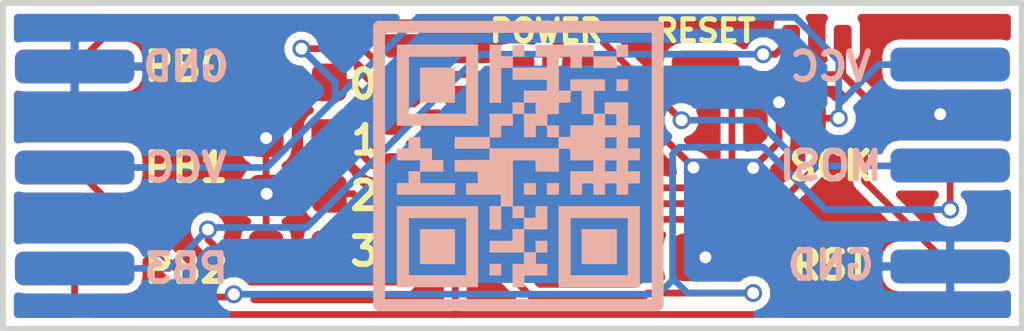
<source format=kicad_pcb>
(kicad_pcb (version 20171130) (host pcbnew "(5.0.0-3-g5ebb6b6)")

  (general
    (thickness 1.6)
    (drawings 19)
    (tracks 183)
    (zones 0)
    (modules 19)
    (nets 14)
  )

  (page A4)
  (layers
    (0 F.Cu signal)
    (31 B.Cu signal)
    (32 B.Adhes user)
    (33 F.Adhes user)
    (34 B.Paste user)
    (35 F.Paste user)
    (36 B.SilkS user)
    (37 F.SilkS user)
    (38 B.Mask user)
    (39 F.Mask user)
    (40 Dwgs.User user)
    (41 Cmts.User user)
    (42 Eco1.User user)
    (43 Eco2.User user)
    (44 Edge.Cuts user)
    (45 Margin user)
    (46 B.CrtYd user)
    (47 F.CrtYd user)
    (48 B.Fab user)
    (49 F.Fab user)
  )

  (setup
    (last_trace_width 0.17)
    (trace_clearance 0.2)
    (zone_clearance 0.508)
    (zone_45_only no)
    (trace_min 0.17)
    (segment_width 0.2)
    (edge_width 0.15)
    (via_size 0.45)
    (via_drill 0.3)
    (via_min_size 0.4)
    (via_min_drill 0.3)
    (uvia_size 0.3)
    (uvia_drill 0.1)
    (uvias_allowed no)
    (uvia_min_size 0.2)
    (uvia_min_drill 0.1)
    (pcb_text_width 0.3)
    (pcb_text_size 1.5 1.5)
    (mod_edge_width 0.15)
    (mod_text_size 1 1)
    (mod_text_width 0.15)
    (pad_size 0.45 0.7)
    (pad_drill 0)
    (pad_to_mask_clearance 0)
    (aux_axis_origin 0 0)
    (visible_elements FFFFFF7F)
    (pcbplotparams
      (layerselection 0x010fc_ffffffff)
      (usegerberextensions false)
      (usegerberattributes false)
      (usegerberadvancedattributes false)
      (creategerberjobfile false)
      (excludeedgelayer true)
      (linewidth 0.100000)
      (plotframeref false)
      (viasonmask false)
      (mode 1)
      (useauxorigin false)
      (hpglpennumber 1)
      (hpglpenspeed 20)
      (hpglpendiameter 15.000000)
      (psnegative false)
      (psa4output false)
      (plotreference true)
      (plotvalue true)
      (plotinvisibletext false)
      (padsonsilk false)
      (subtractmaskfromsilk false)
      (outputformat 1)
      (mirror false)
      (drillshape 1)
      (scaleselection 1)
      (outputdirectory ""))
  )

  (net 0 "")
  (net 1 VCC)
  (net 2 GND)
  (net 3 "Net-(D1-Pad2)")
  (net 4 "Net-(D2-Pad2)")
  (net 5 "Net-(D3-Pad2)")
  (net 6 /PB3)
  (net 7 /PB1)
  (net 8 "Net-(J1-Pad1)")
  (net 9 /PB0)
  (net 10 /PB2)
  (net 11 "Net-(D4-Pad2)")
  (net 12 "Net-(D5-Pad2)")
  (net 13 "Net-(J4-Pad1)")

  (net_class Default "This is the default net class."
    (clearance 0.2)
    (trace_width 0.17)
    (via_dia 0.45)
    (via_drill 0.3)
    (uvia_dia 0.3)
    (uvia_drill 0.1)
    (add_net /PB0)
    (add_net /PB1)
    (add_net /PB2)
    (add_net /PB3)
    (add_net GND)
    (add_net "Net-(D1-Pad2)")
    (add_net "Net-(D2-Pad2)")
    (add_net "Net-(D3-Pad2)")
    (add_net "Net-(D4-Pad2)")
    (add_net "Net-(D5-Pad2)")
    (add_net "Net-(J1-Pad1)")
    (add_net "Net-(J4-Pad1)")
    (add_net VCC)
  )

  (module Package_TO_SOT_SMD:SOT-323_SC-70 (layer F.Cu) (tedit 5BB387C2) (tstamp 5BC9F396)
    (at 134.25 91.3 270)
    (descr "SOT-323, SC-70")
    (tags "SOT-323 SC-70")
    (path /5BB25A78)
    (attr smd)
    (fp_text reference Q1 (at -0.05 -1.95 270) (layer F.SilkS) hide
      (effects (font (size 1 1) (thickness 0.15)))
    )
    (fp_text value BC817 (at -0.05 2.05 270) (layer F.Fab) hide
      (effects (font (size 1 1) (thickness 0.15)))
    )
    (pad 1 smd roundrect (at -1 -0.65 180) (size 0.45 0.7) (layers F.Cu F.Paste F.Mask) (roundrect_rratio 0.25)
      (net 6 /PB3))
    (pad 2 smd roundrect (at -1 0.65 180) (size 0.45 0.7) (layers F.Cu F.Paste F.Mask) (roundrect_rratio 0.25)
      (net 13 "Net-(J4-Pad1)"))
    (pad 3 smd roundrect (at 1 0 180) (size 0.45 0.7) (layers F.Cu F.Paste F.Mask) (roundrect_rratio 0.25)
      (net 1 VCC))
    (model ${KISYS3DMOD}/Package_TO_SOT_SMD.3dshapes/SOT-323_SC-70.wrl
      (at (xyz 0 0 0))
      (scale (xyz 1 1 1))
      (rotate (xyz 0 0 0))
    )
  )

  (module Resistor_SMD:R_0402_1005Metric (layer F.Cu) (tedit 5BB25547) (tstamp 5BC9F3A5)
    (at 124.1 95.7)
    (descr "Resistor SMD 0402 (1005 Metric), square (rectangular) end terminal, IPC_7351 nominal, (Body size source: http://www.tortai-tech.com/upload/download/2011102023233369053.pdf), generated with kicad-footprint-generator")
    (tags resistor)
    (path /5BB2583F)
    (attr smd)
    (fp_text reference R5 (at 0 -1.17) (layer F.SilkS) hide
      (effects (font (size 1 1) (thickness 0.15)))
    )
    (fp_text value 1K (at 0 1.17) (layer F.Fab) hide
      (effects (font (size 1 1) (thickness 0.15)))
    )
    (pad 1 smd roundrect (at -0.485 0) (size 0.59 0.64) (layers F.Cu F.Paste F.Mask) (roundrect_rratio 0.25)
      (net 12 "Net-(D5-Pad2)"))
    (pad 2 smd roundrect (at 0.485 0) (size 0.59 0.64) (layers F.Cu F.Paste F.Mask) (roundrect_rratio 0.25)
      (net 13 "Net-(J4-Pad1)"))
    (model ${KISYS3DMOD}/Resistor_SMD.3dshapes/R_0402_1005Metric.wrl
      (at (xyz 0 0 0))
      (scale (xyz 1 1 1))
      (rotate (xyz 0 0 0))
    )
  )

  (module LED_SMD:LED_0603_1608Metric (layer F.Cu) (tedit 5BB2550A) (tstamp 5BC9F381)
    (at 121.2 95.6)
    (descr "LED SMD 0603 (1608 Metric), square (rectangular) end terminal, IPC_7351 nominal, (Body size source: http://www.tortai-tech.com/upload/download/2011102023233369053.pdf), generated with kicad-footprint-generator")
    (tags diode)
    (path /5BB25877)
    (attr smd)
    (fp_text reference D5 (at 0 -1.43) (layer F.SilkS) hide
      (effects (font (size 1 1) (thickness 0.15)))
    )
    (fp_text value LED (at 0 1.43) (layer F.Fab) hide
      (effects (font (size 1 1) (thickness 0.15)))
    )
    (fp_line (start -0.5 -0.4) (end -0.8 -0.1) (layer F.Fab) (width 0.1))
    (pad 1 smd roundrect (at -0.7875 0) (size 0.875 0.95) (layers F.Cu F.Paste F.Mask) (roundrect_rratio 0.25)
      (net 2 GND))
    (pad 2 smd roundrect (at 0.7875 0) (size 0.875 0.95) (layers F.Cu F.Paste F.Mask) (roundrect_rratio 0.25)
      (net 12 "Net-(D5-Pad2)"))
    (model ${KISYS3DMOD}/LED_SMD.3dshapes/LED_0603_1608Metric.wrl
      (at (xyz 0 0 0))
      (scale (xyz 1 1 1))
      (rotate (xyz 0 0 0))
    )
  )

  (module Button_Switch_SMD:SW_SPST_B3U-1000P-B (layer F.Cu) (tedit 5BB24946) (tstamp 5BBD3C55)
    (at 131.45 93.5 270)
    (descr "Ultra-small-sized Tactile Switch with High Contact Reliability, Top-actuated Model, without Ground Terminal, with Boss")
    (tags "Tactile Switch")
    (path /5BB0E556)
    (attr smd)
    (fp_text reference RESET1 (at 0 -2.5 270) (layer F.SilkS) hide
      (effects (font (size 1 1) (thickness 0.15)))
    )
    (fp_text value SW_Push (at 0 2.5 270) (layer F.Fab) hide
      (effects (font (size 1 1) (thickness 0.15)))
    )
    (fp_text user %R (at 0 -2.5 270) (layer F.Fab) hide
      (effects (font (size 1 1) (thickness 0.15)))
    )
    (pad 1 smd roundrect (at -2.3 0 270) (size 1.2 1.7) (layers F.Cu F.Paste F.Mask) (roundrect_rratio 0.25)
      (net 6 /PB3))
    (pad 2 smd roundrect (at 2.3 0 270) (size 1.2 1.7) (layers F.Cu F.Paste F.Mask) (roundrect_rratio 0.25)
      (net 2 GND))
    (model ${KISYS3DMOD}/Button_Switch_SMD.3dshapes/SW_SPST_B3U-1000P-B.wrl
      (at (xyz 0 0 0))
      (scale (xyz 1 1 1))
      (rotate (xyz 0 0 0))
    )
  )

  (module LED_SMD:LED_0603_1608Metric (layer F.Cu) (tedit 5BB12C7D) (tstamp 5BBD3BDA)
    (at 127.5 91.1 180)
    (descr "LED SMD 0603 (1608 Metric), square (rectangular) end terminal, IPC_7351 nominal, (Body size source: http://www.tortai-tech.com/upload/download/2011102023233369053.pdf), generated with kicad-footprint-generator")
    (tags diode)
    (path /5BB1298B)
    (attr smd)
    (fp_text reference D4 (at 0 -1.43 180) (layer F.SilkS) hide
      (effects (font (size 1 1) (thickness 0.15)))
    )
    (fp_text value LED (at 0 1.43 180) (layer F.Fab) hide
      (effects (font (size 1 1) (thickness 0.15)))
    )
    (fp_line (start -0.5 -0.4) (end -0.8 -0.1) (layer F.Fab) (width 0.1))
    (pad 2 smd roundrect (at 0.7875 0 180) (size 0.875 0.95) (layers F.Cu F.Paste F.Mask) (roundrect_rratio 0.25)
      (net 11 "Net-(D4-Pad2)"))
    (pad 1 smd roundrect (at -0.7875 0 180) (size 0.875 0.95) (layers F.Cu F.Paste F.Mask) (roundrect_rratio 0.25)
      (net 2 GND))
    (model ${KISYS3DMOD}/LED_SMD.3dshapes/LED_0603_1608Metric.wrl
      (at (xyz 0 0 0))
      (scale (xyz 1 1 1))
      (rotate (xyz 0 0 0))
    )
  )

  (module Resistor_SMD:R_0402_1005Metric (layer F.Cu) (tedit 5BB127D8) (tstamp 5BBD3C3E)
    (at 124.085 91.3 180)
    (descr "Resistor SMD 0402 (1005 Metric), square (rectangular) end terminal, IPC_7351 nominal, (Body size source: http://www.tortai-tech.com/upload/download/2011102023233369053.pdf), generated with kicad-footprint-generator")
    (tags resistor)
    (path /5BB129D3)
    (attr smd)
    (fp_text reference R4 (at 0 -1.17 180) (layer F.SilkS) hide
      (effects (font (size 1 1) (thickness 0.15)))
    )
    (fp_text value 1K (at 0 1.17 180) (layer F.Fab) hide
      (effects (font (size 1 1) (thickness 0.15)))
    )
    (pad 2 smd roundrect (at 0.485 0 180) (size 0.59 0.64) (layers F.Cu F.Paste F.Mask) (roundrect_rratio 0.25)
      (net 1 VCC))
    (pad 1 smd roundrect (at -0.485 0 180) (size 0.59 0.64) (layers F.Cu F.Paste F.Mask) (roundrect_rratio 0.25)
      (net 11 "Net-(D4-Pad2)"))
    (model ${KISYS3DMOD}/Resistor_SMD.3dshapes/R_0402_1005Metric.wrl
      (at (xyz 0 0 0))
      (scale (xyz 1 1 1))
      (rotate (xyz 0 0 0))
    )
  )

  (module Resistor_SMD:R_0402_1005Metric (layer F.Cu) (tedit 5BB126E8) (tstamp 5BBD3C2F)
    (at 124.115 94.6)
    (descr "Resistor SMD 0402 (1005 Metric), square (rectangular) end terminal, IPC_7351 nominal, (Body size source: http://www.tortai-tech.com/upload/download/2011102023233369053.pdf), generated with kicad-footprint-generator")
    (tags resistor)
    (path /5BB0E090)
    (attr smd)
    (fp_text reference R3 (at 0 -1.17) (layer F.SilkS) hide
      (effects (font (size 1 1) (thickness 0.15)))
    )
    (fp_text value 1K (at 0 1.17) (layer F.Fab) hide
      (effects (font (size 1 1) (thickness 0.15)))
    )
    (pad 1 smd roundrect (at -0.485 0) (size 0.59 0.64) (layers F.Cu F.Paste F.Mask) (roundrect_rratio 0.25)
      (net 5 "Net-(D3-Pad2)"))
    (pad 2 smd roundrect (at 0.485 0) (size 0.59 0.64) (layers F.Cu F.Paste F.Mask) (roundrect_rratio 0.25)
      (net 10 /PB2))
    (model ${KISYS3DMOD}/Resistor_SMD.3dshapes/R_0402_1005Metric.wrl
      (at (xyz 0 0 0))
      (scale (xyz 1 1 1))
      (rotate (xyz 0 0 0))
    )
  )

  (module Resistor_SMD:R_0402_1005Metric (layer F.Cu) (tedit 5BB126E0) (tstamp 5BBD3C20)
    (at 124.115 93.5)
    (descr "Resistor SMD 0402 (1005 Metric), square (rectangular) end terminal, IPC_7351 nominal, (Body size source: http://www.tortai-tech.com/upload/download/2011102023233369053.pdf), generated with kicad-footprint-generator")
    (tags resistor)
    (path /5BB0E070)
    (attr smd)
    (fp_text reference R2 (at 0 -1.17) (layer F.SilkS) hide
      (effects (font (size 1 1) (thickness 0.15)))
    )
    (fp_text value 1K (at 0 1.17) (layer F.Fab) hide
      (effects (font (size 1 1) (thickness 0.15)))
    )
    (pad 2 smd roundrect (at 0.485 0) (size 0.59 0.64) (layers F.Cu F.Paste F.Mask) (roundrect_rratio 0.25)
      (net 7 /PB1))
    (pad 1 smd roundrect (at -0.485 0) (size 0.59 0.64) (layers F.Cu F.Paste F.Mask) (roundrect_rratio 0.25)
      (net 4 "Net-(D2-Pad2)"))
    (model ${KISYS3DMOD}/Resistor_SMD.3dshapes/R_0402_1005Metric.wrl
      (at (xyz 0 0 0))
      (scale (xyz 1 1 1))
      (rotate (xyz 0 0 0))
    )
  )

  (module Resistor_SMD:R_0402_1005Metric (layer F.Cu) (tedit 5BB126DA) (tstamp 5BBD3C11)
    (at 124.115 92.4)
    (descr "Resistor SMD 0402 (1005 Metric), square (rectangular) end terminal, IPC_7351 nominal, (Body size source: http://www.tortai-tech.com/upload/download/2011102023233369053.pdf), generated with kicad-footprint-generator")
    (tags resistor)
    (path /5BB0DF78)
    (attr smd)
    (fp_text reference R1 (at 0 -1.17) (layer F.SilkS) hide
      (effects (font (size 1 1) (thickness 0.15)))
    )
    (fp_text value 1K (at 0 1.17) (layer F.Fab) hide
      (effects (font (size 1 1) (thickness 0.15)))
    )
    (pad 1 smd roundrect (at -0.485 0) (size 0.59 0.64) (layers F.Cu F.Paste F.Mask) (roundrect_rratio 0.25)
      (net 3 "Net-(D1-Pad2)"))
    (pad 2 smd roundrect (at 0.485 0) (size 0.59 0.64) (layers F.Cu F.Paste F.Mask) (roundrect_rratio 0.25)
      (net 9 /PB0))
    (model ${KISYS3DMOD}/Resistor_SMD.3dshapes/R_0402_1005Metric.wrl
      (at (xyz 0 0 0))
      (scale (xyz 1 1 1))
      (rotate (xyz 0 0 0))
    )
  )

  (module LED_SMD:LED_0603_1608Metric (layer F.Cu) (tedit 5BB1267C) (tstamp 5BBD3BC7)
    (at 121.2125 94.2)
    (descr "LED SMD 0603 (1608 Metric), square (rectangular) end terminal, IPC_7351 nominal, (Body size source: http://www.tortai-tech.com/upload/download/2011102023233369053.pdf), generated with kicad-footprint-generator")
    (tags diode)
    (path /5BB0DECD)
    (attr smd)
    (fp_text reference D3 (at 0 -1.43) (layer F.SilkS) hide
      (effects (font (size 1 1) (thickness 0.15)))
    )
    (fp_text value LED (at 0 1.43) (layer F.Fab) hide
      (effects (font (size 1 1) (thickness 0.15)))
    )
    (fp_line (start -0.5 -0.4) (end -0.8 -0.1) (layer F.Fab) (width 0.1))
    (pad 1 smd roundrect (at -0.7875 0) (size 0.875 0.95) (layers F.Cu F.Paste F.Mask) (roundrect_rratio 0.25)
      (net 2 GND))
    (pad 2 smd roundrect (at 0.7875 0) (size 0.875 0.95) (layers F.Cu F.Paste F.Mask) (roundrect_rratio 0.25)
      (net 5 "Net-(D3-Pad2)"))
    (model ${KISYS3DMOD}/LED_SMD.3dshapes/LED_0603_1608Metric.wrl
      (at (xyz 0 0 0))
      (scale (xyz 1 1 1))
      (rotate (xyz 0 0 0))
    )
  )

  (module LED_SMD:LED_0603_1608Metric (layer F.Cu) (tedit 5BB12656) (tstamp 5BBD3BB4)
    (at 121.2 92.8)
    (descr "LED SMD 0603 (1608 Metric), square (rectangular) end terminal, IPC_7351 nominal, (Body size source: http://www.tortai-tech.com/upload/download/2011102023233369053.pdf), generated with kicad-footprint-generator")
    (tags diode)
    (path /5BB0DEB4)
    (attr smd)
    (fp_text reference D2 (at 0 -1.43) (layer F.SilkS) hide
      (effects (font (size 1 1) (thickness 0.15)))
    )
    (fp_text value LED (at 0 1.43) (layer F.Fab) hide
      (effects (font (size 1 1) (thickness 0.15)))
    )
    (fp_line (start -0.5 -0.4) (end -0.8 -0.1) (layer F.Fab) (width 0.1))
    (pad 2 smd roundrect (at 0.7875 0) (size 0.875 0.95) (layers F.Cu F.Paste F.Mask) (roundrect_rratio 0.25)
      (net 4 "Net-(D2-Pad2)"))
    (pad 1 smd roundrect (at -0.7875 0) (size 0.875 0.95) (layers F.Cu F.Paste F.Mask) (roundrect_rratio 0.25)
      (net 2 GND))
    (model ${KISYS3DMOD}/LED_SMD.3dshapes/LED_0603_1608Metric.wrl
      (at (xyz 0 0 0))
      (scale (xyz 1 1 1))
      (rotate (xyz 0 0 0))
    )
  )

  (module LED_SMD:LED_0603_1608Metric (layer F.Cu) (tedit 5BB12632) (tstamp 5BBD3BA1)
    (at 121.2125 91.4)
    (descr "LED SMD 0603 (1608 Metric), square (rectangular) end terminal, IPC_7351 nominal, (Body size source: http://www.tortai-tech.com/upload/download/2011102023233369053.pdf), generated with kicad-footprint-generator")
    (tags diode)
    (path /5BB0D5F5)
    (attr smd)
    (fp_text reference D1 (at 0 -1.43) (layer F.SilkS) hide
      (effects (font (size 1 1) (thickness 0.15)))
    )
    (fp_text value LED (at 0 1.43) (layer F.Fab) hide
      (effects (font (size 1 1) (thickness 0.15)))
    )
    (fp_line (start -0.5 -0.4) (end -0.8 -0.1) (layer F.Fab) (width 0.1))
    (pad 1 smd roundrect (at -0.7875 0) (size 0.875 0.95) (layers F.Cu F.Paste F.Mask) (roundrect_rratio 0.25)
      (net 2 GND))
    (pad 2 smd roundrect (at 0.7875 0) (size 0.875 0.95) (layers F.Cu F.Paste F.Mask) (roundrect_rratio 0.25)
      (net 3 "Net-(D1-Pad2)"))
    (model ${KISYS3DMOD}/LED_SMD.3dshapes/LED_0603_1608Metric.wrl
      (at (xyz 0 0 0))
      (scale (xyz 1 1 1))
      (rotate (xyz 0 0 0))
    )
  )

  (module Capacitor_SMD:C_0402_1005Metric (layer F.Cu) (tedit 5BB125F6) (tstamp 5BBD3B8E)
    (at 127.515 95.8 180)
    (descr "Capacitor SMD 0402 (1005 Metric), square (rectangular) end terminal, IPC_7351 nominal, (Body size source: http://www.tortai-tech.com/upload/download/2011102023233369053.pdf), generated with kicad-footprint-generator")
    (tags capacitor)
    (path /5BB0D875)
    (attr smd)
    (fp_text reference C1 (at 0 -1.17 180) (layer F.SilkS) hide
      (effects (font (size 1 1) (thickness 0.15)))
    )
    (fp_text value 100nF (at 0 1.17 180) (layer F.Fab) hide
      (effects (font (size 1 1) (thickness 0.15)))
    )
    (pad 1 smd roundrect (at -0.485 0 180) (size 0.59 0.64) (layers F.Cu F.Paste F.Mask) (roundrect_rratio 0.25)
      (net 1 VCC))
    (pad 2 smd roundrect (at 0.485 0 180) (size 0.59 0.64) (layers F.Cu F.Paste F.Mask) (roundrect_rratio 0.25)
      (net 2 GND))
    (model ${KISYS3DMOD}/Capacitor_SMD.3dshapes/C_0402_1005Metric.wrl
      (at (xyz 0 0 0))
      (scale (xyz 1 1 1))
      (rotate (xyz 0 0 0))
    )
  )

  (module Package_TO_SOT_SMD:SOT-23-6 (layer F.Cu) (tedit 5BB24974) (tstamp 5BBD40DA)
    (at 127.5 93.5)
    (descr "6-pin SOT-23 package")
    (tags SOT-23-6)
    (path /5BB0D565)
    (attr smd)
    (fp_text reference U1 (at 0 -2.9) (layer F.SilkS) hide
      (effects (font (size 1 1) (thickness 0.15)))
    )
    (fp_text value ATtiny10 (at 0 2.9) (layer F.Fab) hide
      (effects (font (size 1 1) (thickness 0.15)))
    )
    (fp_text user %R (at 0 0 90) (layer F.Fab) hide
      (effects (font (size 0.5 0.5) (thickness 0.075)))
    )
    (pad 1 smd roundrect (at -1.1 -0.95) (size 1.06 0.65) (layers F.Cu F.Paste F.Mask) (roundrect_rratio 0.25)
      (net 9 /PB0))
    (pad 2 smd roundrect (at -1.1 0) (size 1.06 0.65) (layers F.Cu F.Paste F.Mask) (roundrect_rratio 0.25)
      (net 2 GND))
    (pad 3 smd roundrect (at -1.1 0.95) (size 1.06 0.65) (layers F.Cu F.Paste F.Mask) (roundrect_rratio 0.25)
      (net 7 /PB1))
    (pad 4 smd roundrect (at 1.1 0.95) (size 1.06 0.65) (layers F.Cu F.Paste F.Mask) (roundrect_rratio 0.25)
      (net 10 /PB2))
    (pad 6 smd roundrect (at 1.1 -0.95) (size 1.06 0.65) (layers F.Cu F.Paste F.Mask) (roundrect_rratio 0.25)
      (net 6 /PB3))
    (pad 5 smd roundrect (at 1.1 0) (size 1.06 0.65) (layers F.Cu F.Paste F.Mask) (roundrect_rratio 0.25)
      (net 1 VCC))
    (model ${KISYS3DMOD}/Package_TO_SOT_SMD.3dshapes/SOT-23-6.wrl
      (at (xyz 0 0 0))
      (scale (xyz 1 1 1))
      (rotate (xyz 0 0 0))
    )
  )

  (module Connector:AVR-ISP-3 (layer F.Cu) (tedit 5BB12AEC) (tstamp 5BBD3BE4)
    (at 137.6 93.49)
    (path /5BB0EF6A)
    (fp_text reference J1 (at 1.4 -4.29) (layer F.SilkS) hide
      (effects (font (size 1 1) (thickness 0.15)))
    )
    (fp_text value Conn_01x03_Male (at 0 5.08) (layer F.Fab) hide
      (effects (font (size 1 1) (thickness 0.15)))
    )
    (fp_text user "RST / GND" (at 7.62 2.54) (layer F.SilkS) hide
      (effects (font (size 1 1) (thickness 0.15)))
    )
    (fp_text user "SCK / MOSI" (at 7.62 0) (layer F.SilkS) hide
      (effects (font (size 1 1) (thickness 0.15)))
    )
    (fp_text user "MISO / VCC" (at 7.62 -2.54) (layer F.SilkS) hide
      (effects (font (size 1 1) (thickness 0.15)))
    )
    (pad 3 smd roundrect (at 0 2.54) (size 3 0.85) (layers F.Cu F.Paste F.Mask) (roundrect_rratio 0.25)
      (net 6 /PB3))
    (pad 2 smd roundrect (at 0 0) (size 3 0.85) (layers F.Cu F.Paste F.Mask) (roundrect_rratio 0.25)
      (net 7 /PB1))
    (pad 1 smd roundrect (at 0 -2.54) (size 3 0.85) (layers F.Cu F.Paste F.Mask) (roundrect_rratio 0.25)
      (net 8 "Net-(J1-Pad1)"))
  )

  (module Connector:AVR-ISP-3 (layer B.Cu) (tedit 5BB12ADF) (tstamp 5BBD3BEE)
    (at 137.6 93.49 180)
    (path /5BB0EF10)
    (fp_text reference J2 (at -0.8 -4.4 180) (layer B.SilkS) hide
      (effects (font (size 1 1) (thickness 0.15)) (justify mirror))
    )
    (fp_text value Conn_01x03_Male (at 0 -5.08 180) (layer B.Fab) hide
      (effects (font (size 1 1) (thickness 0.15)) (justify mirror))
    )
    (fp_text user "MISO / VCC" (at 7.62 2.54 180) (layer B.SilkS) hide
      (effects (font (size 1 1) (thickness 0.15)) (justify mirror))
    )
    (fp_text user "SCK / MOSI" (at 7.62 0 180) (layer B.SilkS) hide
      (effects (font (size 1 1) (thickness 0.15)) (justify mirror))
    )
    (fp_text user "RST / GND" (at 7.62 -2.54 180) (layer B.SilkS) hide
      (effects (font (size 1 1) (thickness 0.15)) (justify mirror))
    )
    (pad 1 smd roundrect (at 0 2.54 180) (size 3 0.85) (layers B.Cu B.Paste B.Mask) (roundrect_rratio 0.25)
      (net 1 VCC))
    (pad 2 smd roundrect (at 0 0 180) (size 3 0.85) (layers B.Cu B.Paste B.Mask) (roundrect_rratio 0.25)
      (net 9 /PB0))
    (pad 3 smd roundrect (at 0 -2.54 180) (size 3 0.85) (layers B.Cu B.Paste B.Mask) (roundrect_rratio 0.25)
      (net 2 GND))
  )

  (module Connector:AVR-ISP-3 (layer F.Cu) (tedit 5BB12BE3) (tstamp 5BBD3BF8)
    (at 115.6 93.54)
    (path /5BB145A6)
    (fp_text reference J3 (at 0 7.62) (layer F.SilkS) hide
      (effects (font (size 1 1) (thickness 0.15)))
    )
    (fp_text value Conn_01x03_Male (at 0 5.08) (layer F.Fab) hide
      (effects (font (size 1 1) (thickness 0.15)))
    )
    (fp_text user PB0 (at 2.8 -2.54) (layer F.SilkS)
      (effects (font (size 0.7 0.7) (thickness 0.15)))
    )
    (fp_text user PB1 (at 2.8 0) (layer F.SilkS)
      (effects (font (size 0.7 0.7) (thickness 0.15)))
    )
    (fp_text user PB2 (at 2.8 2.54) (layer F.SilkS)
      (effects (font (size 0.7 0.7) (thickness 0.15)))
    )
    (pad 1 smd roundrect (at 0 -2.54) (size 3 0.85) (layers F.Cu F.Paste F.Mask) (roundrect_rratio 0.25)
      (net 9 /PB0))
    (pad 2 smd roundrect (at 0 0) (size 3 0.85) (layers F.Cu F.Paste F.Mask) (roundrect_rratio 0.25)
      (net 7 /PB1))
    (pad 3 smd roundrect (at 0 2.54) (size 3 0.85) (layers F.Cu F.Paste F.Mask) (roundrect_rratio 0.25)
      (net 10 /PB2))
  )

  (module Connector:AVR-ISP-3 (layer B.Cu) (tedit 5BB12C4C) (tstamp 5BBD3C02)
    (at 115.6 93.54)
    (path /5BB145EF)
    (fp_text reference J4 (at 0 -7.62) (layer B.SilkS) hide
      (effects (font (size 1 1) (thickness 0.15)) (justify mirror))
    )
    (fp_text value Conn_01x03_Male (at 0 -5.08) (layer B.Fab) hide
      (effects (font (size 1 1) (thickness 0.15)) (justify mirror))
    )
    (fp_text user GND (at 2.8 -2.54) (layer B.SilkS)
      (effects (font (size 0.7 0.7) (thickness 0.15)) (justify mirror))
    )
    (fp_text user VCC (at 2.8 0) (layer B.SilkS)
      (effects (font (size 0.7 0.7) (thickness 0.15)) (justify mirror))
    )
    (fp_text user PB3 (at 2.8 2.54) (layer B.SilkS)
      (effects (font (size 0.7 0.7) (thickness 0.15)) (justify mirror))
    )
    (pad 3 smd roundrect (at 0 -2.54) (size 3 0.85) (layers B.Cu B.Paste B.Mask) (roundrect_rratio 0.25)
      (net 2 GND))
    (pad 2 smd roundrect (at 0 0) (size 3 0.85) (layers B.Cu B.Paste B.Mask) (roundrect_rratio 0.25)
      (net 1 VCC))
    (pad 1 smd roundrect (at 0 2.54) (size 3 0.85) (layers B.Cu B.Paste B.Mask) (roundrect_rratio 0.25)
      (net 13 "Net-(J4-Pad1)"))
  )

  (module LOGO:qr (layer B.Cu) (tedit 0) (tstamp 5BBD4AAB)
    (at 126.75 93.5)
    (fp_text reference G*** (at 0 0) (layer B.SilkS) hide
      (effects (font (size 1.524 1.524) (thickness 0.3)) (justify mirror))
    )
    (fp_text value LOGO (at 0.75 0) (layer B.SilkS) hide
      (effects (font (size 1.524 1.524) (thickness 0.3)) (justify mirror))
    )
    (fp_poly (pts (xy 2.46888 1.59512) (xy 1.59512 1.59512) (xy 1.59512 2.46888) (xy 2.46888 2.46888)
      (xy 2.46888 1.59512)) (layer B.SilkS) (width 0.01))
    (fp_poly (pts (xy -1.59512 1.59512) (xy -2.46888 1.59512) (xy -2.46888 2.46888) (xy -1.59512 2.46888)
      (xy -1.59512 1.59512)) (layer B.SilkS) (width 0.01))
    (fp_poly (pts (xy 1.016 -1.016) (xy 0.720802 -1.016) (xy 0.72644 -0.72644) (xy 1.016 -0.720802)
      (xy 1.016 -1.016)) (layer B.SilkS) (width 0.01))
    (fp_poly (pts (xy -1.59512 -2.46888) (xy -2.46888 -2.46888) (xy -2.46888 -1.59512) (xy -1.59512 -1.59512)
      (xy -1.59512 -2.46888)) (layer B.SilkS) (width 0.01))
    (fp_poly (pts (xy -0.43688 2.46888) (xy -0.72136 2.46888) (xy -0.72136 2.75336) (xy -0.43688 2.75336)
      (xy -0.43688 2.46888)) (layer B.SilkS) (width 0.01))
    (fp_poly (pts (xy 3.048 1.016) (xy 1.016 1.016) (xy 1.016 2.75336) (xy 1.31064 2.75336)
      (xy 1.31064 1.31064) (xy 2.75336 1.31064) (xy 2.75336 2.75336) (xy 1.31064 2.75336)
      (xy 1.016 2.75336) (xy 1.016 3.048) (xy 3.048 3.048) (xy 3.048 1.016)) (layer B.SilkS) (width 0.01))
    (fp_poly (pts (xy -1.016 1.016) (xy -3.048 1.016) (xy -3.048 2.75336) (xy -2.75336 2.75336)
      (xy -2.75336 1.31064) (xy -1.31064 1.31064) (xy -1.31064 2.75336) (xy -2.75336 2.75336)
      (xy -3.048 2.75336) (xy -3.048 3.048) (xy -1.016 3.048) (xy -1.016 1.016)) (layer B.SilkS) (width 0.01))
    (fp_poly (pts (xy 1.016 0.43688) (xy 0.72136 0.43688) (xy 0.72136 0.72136) (xy 1.016 0.72136)
      (xy 1.016 0.43688)) (layer B.SilkS) (width 0.01))
    (fp_poly (pts (xy 0.43688 0.43688) (xy 0.14224 0.43688) (xy 0.14224 0.72136) (xy 0.43688 0.72136)
      (xy 0.43688 0.43688)) (layer B.SilkS) (width 0.01))
    (fp_poly (pts (xy -2.752803 0.14224) (xy -2.755622 0.28702) (xy -2.75844 0.4318) (xy -3.048 0.437438)
      (xy -3.048 0.72136) (xy -1.59512 0.72136) (xy -1.59512 0.43688) (xy -2.46888 0.43688)
      (xy -2.46888 0.14224) (xy -2.752803 0.14224)) (layer B.SilkS) (width 0.01))
    (fp_poly (pts (xy -1.88976 0.14224) (xy -1.88976 -0.14224) (xy -2.17424 -0.14224) (xy -2.17424 -0.43688)
      (xy -2.46888 -0.43688) (xy -2.46888 -0.72136) (xy -2.75336 -0.72136) (xy -2.75336 -0.43688)
      (xy -3.048 -0.43688) (xy -3.048 -0.14224) (xy -2.46888 -0.14224) (xy -2.46888 0.14224)
      (xy -1.88976 0.14224)) (layer B.SilkS) (width 0.01))
    (fp_poly (pts (xy 2.75336 -2.17424) (xy 2.46888 -2.17424) (xy 2.46888 -1.88976) (xy 2.75336 -1.88976)
      (xy 2.75336 -2.17424)) (layer B.SilkS) (width 0.01))
    (fp_poly (pts (xy 1.88976 -3.048) (xy 0.43688 -3.048) (xy 0.43688 -2.75336) (xy 0.72136 -2.75336)
      (xy 0.72136 -2.46888) (xy -0.14224 -2.46888) (xy -0.14224 -2.17424) (xy 0.72136 -2.17424)
      (xy 0.72136 -1.88976) (xy 0.14224 -1.88976) (xy 0.14224 -1.59512) (xy -0.14224 -1.59512)
      (xy -0.14224 -1.31064) (xy 0.141928 -1.31064) (xy 0.14224 -1.31064) (xy 0.14224 -1.59512)
      (xy 0.43688 -1.59512) (xy 0.43688 -1.31064) (xy 0.14224 -1.31064) (xy 0.141928 -1.31064)
      (xy 0.14732 -0.72644) (xy 0.4318 -0.72644) (xy 0.434618 -0.87122) (xy 0.437437 -1.016)
      (xy 0.720802 -1.016) (xy 0.72644 -1.30556) (xy 0.87122 -1.308378) (xy 1.016 -1.311197)
      (xy 1.016 -1.594562) (xy 1.30556 -1.6002) (xy 1.308378 -1.74498) (xy 1.311197 -1.88976)
      (xy 1.59512 -1.88976) (xy 1.59512 -1.31064) (xy 1.88976 -1.31064) (xy 1.88976 -1.88976)
      (xy 2.17424 -1.88976) (xy 2.17424 -2.17424) (xy 1.31064 -2.17424) (xy 1.31064 -1.88976)
      (xy 1.016 -1.88976) (xy 1.016 -2.75336) (xy 1.31064 -2.75336) (xy 1.31064 -2.46888)
      (xy 1.59512 -2.46888) (xy 1.59512 -2.75336) (xy 1.88976 -2.75336) (xy 1.88976 -3.048)) (layer B.SilkS) (width 0.01))
    (fp_poly (pts (xy 1.88976 -2.46888) (xy 2.46888 -2.46888) (xy 2.46888 -2.75336) (xy 1.88976 -2.75336)
      (xy 1.88976 -2.46888)) (layer B.SilkS) (width 0.01))
    (fp_poly (pts (xy -0.14224 1.59512) (xy -0.14224 1.88976) (xy -0.72136 1.88976) (xy -0.72136 2.17424)
      (xy 0.14224 2.17424) (xy 0.14224 1.59512) (xy -0.14224 1.59512)) (layer B.SilkS) (width 0.01))
    (fp_poly (pts (xy 0.14224 2.46888) (xy -0.14224 2.46888) (xy -0.14224 3.048) (xy 0.141682 3.048)
      (xy 0.14732 2.75844) (xy 0.72136 2.753044) (xy 0.72136 2.46888) (xy 0.43688 2.46888)
      (xy 0.43688 2.17424) (xy 0.14224 2.17424) (xy 0.14224 2.46888)) (layer B.SilkS) (width 0.01))
    (fp_poly (pts (xy -0.14224 -0.14224) (xy 0.43688 -0.14224) (xy 0.43688 0.14224) (xy 1.016 0.14224)
      (xy 1.016 -0.43688) (xy -0.720803 -0.43688) (xy -0.723622 -0.2921) (xy -0.72644 -0.14732)
      (xy -1.16078 -0.14467) (xy -1.59512 -0.142021) (xy -1.59512 0.14224) (xy -1.016 0.14224)
      (xy -1.016 0.43688) (xy -1.31064 0.43688) (xy -1.31064 0.72136) (xy -0.43688 0.72136)
      (xy -0.43688 1.016) (xy -0.14224 1.016) (xy -0.14224 -0.14224)) (layer B.SilkS) (width 0.01))
    (fp_poly (pts (xy -0.72136 1.016) (xy -0.72136 1.59512) (xy -0.43688 1.59512) (xy -0.43688 1.016)
      (xy -0.72136 1.016)) (layer B.SilkS) (width 0.01))
    (fp_poly (pts (xy -0.43688 -0.72136) (xy -0.43688 -1.016) (xy -0.14224 -1.016) (xy -0.14224 -1.31064)
      (xy -0.72136 -1.31064) (xy -0.72136 -0.72136) (xy -0.43688 -0.72136)) (layer B.SilkS) (width 0.01))
    (fp_poly (pts (xy -0.14224 -2.752802) (xy -0.4318 -2.75844) (xy -0.437438 -3.048) (xy -0.72136 -3.048)
      (xy -0.72136 -1.59512) (xy -0.43688 -1.59512) (xy -0.43688 -2.46888) (xy -0.14224 -2.46888)
      (xy -0.14224 -2.752802)) (layer B.SilkS) (width 0.01))
    (fp_poly (pts (xy 1.88976 -1.016) (xy 1.311197 -1.016) (xy 1.308378 -0.87122) (xy 1.30556 -0.72644)
      (xy 1.016 -0.720802) (xy 1.016 -0.437437) (xy 1.044606 -0.43688) (xy 2.17424 -0.43688)
      (xy 2.17424 -0.72136) (xy 2.46888 -0.72136) (xy 2.46888 -0.43688) (xy 2.17424 -0.43688)
      (xy 1.044606 -0.43688) (xy 1.16078 -0.434618) (xy 1.30556 -0.4318) (xy 1.308378 -0.28702)
      (xy 1.311197 -0.14224) (xy 1.88976 -0.14224) (xy 1.88976 0.14224) (xy 2.17424 0.14224)
      (xy 2.17424 -0.14224) (xy 2.46888 -0.14224) (xy 2.46888 0.14224) (xy 2.17424 0.14224)
      (xy 1.88976 0.14224) (xy 1.31064 0.14224) (xy 1.31064 0.72136) (xy 1.59512 0.72136)
      (xy 1.59512 0.43688) (xy 1.88976 0.43688) (xy 1.88976 0.72136) (xy 2.17424 0.72136)
      (xy 2.17424 0.43688) (xy 2.46888 0.43688) (xy 2.46888 0.72136) (xy 2.75336 0.72136)
      (xy 2.75336 0.43688) (xy 3.048 0.43688) (xy 3.048 0.14224) (xy 2.75336 0.14224)
      (xy 2.75336 -0.14224) (xy 3.048 -0.14224) (xy 3.048 -0.43688) (xy 2.75336 -0.43688)
      (xy 2.75336 -0.72136) (xy 3.048 -0.72136) (xy 3.048 -1.016) (xy 2.75336 -1.016)
      (xy 2.75336 -1.59512) (xy 2.17424 -1.59512) (xy 2.17424 -1.311197) (xy 2.31902 -1.308378)
      (xy 2.4638 -1.30556) (xy 2.466618 -1.16078) (xy 2.469437 -1.016) (xy 2.17424 -1.016)
      (xy 2.17424 -1.31064) (xy 1.88976 -1.31064) (xy 1.88976 -1.016)) (layer B.SilkS) (width 0.01))
    (fp_poly (pts (xy 0.72136 1.88976) (xy 0.43688 1.88976) (xy 0.43688 2.17424) (xy 0.72136 2.17424)
      (xy 0.72136 1.88976)) (layer B.SilkS) (width 0.01))
    (fp_poly (pts (xy 0.72136 1.59512) (xy 0.72136 1.016) (xy 0.437437 1.016) (xy 0.434618 1.16078)
      (xy 0.4318 1.30556) (xy 0.14224 1.311198) (xy 0.14224 1.59512) (xy 0.72136 1.59512)) (layer B.SilkS) (width 0.01))
    (fp_poly (pts (xy -0.14224 1.31064) (xy 0.14224 1.31064) (xy 0.14224 1.016) (xy -0.14224 1.016)
      (xy -0.14224 1.31064)) (layer B.SilkS) (width 0.01))
    (fp_poly (pts (xy -1.59512 -0.72136) (xy -1.59512 -0.43688) (xy -0.72136 -0.43688) (xy -0.72136 -0.72136)
      (xy -1.59512 -0.72136)) (layer B.SilkS) (width 0.01))
    (fp_poly (pts (xy 0.14224 -3.048) (xy -0.14224 -3.048) (xy -0.14224 -2.75336) (xy 0.14224 -2.75336)
      (xy 0.14224 -3.048)) (layer B.SilkS) (width 0.01))
    (fp_poly (pts (xy 2.75336 -3.048) (xy 2.46888 -3.048) (xy 2.46888 -2.75336) (xy 2.75336 -2.75336)
      (xy 2.75336 -3.048)) (layer B.SilkS) (width 0.01))
    (fp_poly (pts (xy -1.016 -3.048) (xy -3.048 -3.048) (xy -3.048 -1.31064) (xy -2.75336 -1.31064)
      (xy -2.75336 -2.75336) (xy -1.31064 -2.75336) (xy -1.31064 -1.31064) (xy -2.75336 -1.31064)
      (xy -3.048 -1.31064) (xy -3.048 -1.016) (xy -1.016 -1.016) (xy -1.016 -3.048)) (layer B.SilkS) (width 0.01))
  )

  (gr_text 3 (at 122.875 95.65) (layer F.SilkS) (tstamp 5BCA6F22)
    (effects (font (size 0.7 0.7) (thickness 0.15)))
  )
  (gr_line (start 123.25 90) (end 130.25 90) (layer B.SilkS) (width 0.3))
  (gr_line (start 123.25 97) (end 123.25 90) (layer B.SilkS) (width 0.3))
  (gr_line (start 130.25 97) (end 130.25 90) (layer B.SilkS) (width 0.3))
  (gr_line (start 123.25 97) (end 130.25 97) (layer B.SilkS) (width 0.3))
  (gr_text 0 (at 122.85 91.45) (layer F.SilkS) (tstamp 5BB13C78)
    (effects (font (size 0.7 0.7) (thickness 0.15)))
  )
  (gr_text 1 (at 122.9 92.85) (layer F.SilkS) (tstamp 5BB13B64)
    (effects (font (size 0.7 0.7) (thickness 0.15)))
  )
  (gr_text 2 (at 122.875 94.25) (layer F.SilkS) (tstamp 5BB1388A)
    (effects (font (size 0.7 0.7) (thickness 0.15)))
  )
  (gr_text RESET (at 131.45 90.1) (layer F.SilkS) (tstamp 5BBD5897)
    (effects (font (size 0.55 0.55) (thickness 0.13)))
  )
  (gr_line (start 113.8 89.4) (end 113.8 97.6) (layer Edge.Cuts) (width 0.15) (tstamp 5BBD5496))
  (gr_text POWER (at 127.45 90.1) (layer F.SilkS) (tstamp 5BBD547A)
    (effects (font (size 0.55 0.55) (thickness 0.13)))
  )
  (gr_line (start 139.4 89.4) (end 139.4 97.6) (layer Edge.Cuts) (width 0.15))
  (gr_text GND (at 134.6 96) (layer B.SilkS) (tstamp 5BBD5218)
    (effects (font (size 0.7 0.7) (thickness 0.15)) (justify mirror))
  )
  (gr_text MOSI (at 134.6 93.5) (layer B.SilkS) (tstamp 5BBD5214)
    (effects (font (size 0.7 0.7) (thickness 0.15)) (justify mirror))
  )
  (gr_text VCC (at 134.6 91) (layer B.SilkS) (tstamp 5BBD520E)
    (effects (font (size 0.7 0.7) (thickness 0.15)) (justify mirror))
  )
  (gr_text RST (at 134.6 96) (layer F.SilkS) (tstamp 5BBD51DA)
    (effects (font (size 0.7 0.7) (thickness 0.15)))
  )
  (gr_text SCK (at 134.6 93.5) (layer F.SilkS) (tstamp 5BBD51D8)
    (effects (font (size 0.7 0.7) (thickness 0.15)))
  )
  (gr_line (start 139.4 97.6) (end 113.8 97.6) (layer Edge.Cuts) (width 0.15))
  (gr_line (start 113.8 89.4) (end 139.4 89.4) (layer Edge.Cuts) (width 0.15))

  (segment (start 128 95.15) (end 128 95.8) (width 0.17) (layer F.Cu) (net 1))
  (segment (start 127.75 94.9) (end 128 95.15) (width 0.17) (layer F.Cu) (net 1))
  (segment (start 127.75 93.72) (end 127.75 94.9) (width 0.17) (layer F.Cu) (net 1))
  (segment (start 127.97 93.5) (end 127.75 93.72) (width 0.17) (layer F.Cu) (net 1))
  (segment (start 128.6 93.5) (end 127.97 93.5) (width 0.17) (layer F.Cu) (net 1))
  (via (at 134.8 92.3) (size 0.45) (drill 0.3) (layers F.Cu B.Cu) (net 1))
  (segment (start 134.25 92.3) (end 134.8 92.3) (width 0.17) (layer F.Cu) (net 1))
  (segment (start 135.8 90.95) (end 137.6 90.95) (width 0.17) (layer B.Cu) (net 1))
  (segment (start 134.8 91.95) (end 135.8 90.95) (width 0.17) (layer B.Cu) (net 1))
  (segment (start 134.8 92.3) (end 134.8 91.95) (width 0.17) (layer B.Cu) (net 1))
  (segment (start 117.2 93.54) (end 115.6 93.54) (width 0.17) (layer B.Cu) (net 1))
  (segment (start 122.127303 91.839999) (end 120.427302 93.54) (width 0.17) (layer B.Cu) (net 1))
  (segment (start 120.427302 93.54) (end 117.2 93.54) (width 0.17) (layer B.Cu) (net 1))
  (segment (start 122.15 91.839999) (end 122.127303 91.839999) (width 0.17) (layer B.Cu) (net 1))
  (segment (start 133.71001 89.76001) (end 124.229989 89.76001) (width 0.17) (layer B.Cu) (net 1))
  (segment (start 134.8 90.85) (end 133.71001 89.76001) (width 0.17) (layer B.Cu) (net 1))
  (segment (start 124.229989 89.76001) (end 122.15 91.839999) (width 0.17) (layer B.Cu) (net 1))
  (segment (start 134.8 92.3) (end 134.8 90.85) (width 0.17) (layer B.Cu) (net 1))
  (segment (start 121.524999 90.774999) (end 121.3 90.55) (width 0.17) (layer B.Cu) (net 1))
  (segment (start 122.15 91.4) (end 121.524999 90.774999) (width 0.17) (layer B.Cu) (net 1))
  (segment (start 121.618198 90.55) (end 121.3 90.55) (width 0.17) (layer F.Cu) (net 1))
  (segment (start 122.15 91.839999) (end 122.15 91.4) (width 0.17) (layer B.Cu) (net 1))
  (segment (start 122.85 90.55) (end 121.618198 90.55) (width 0.17) (layer F.Cu) (net 1))
  (segment (start 123.6 91.3) (end 122.85 90.55) (width 0.17) (layer F.Cu) (net 1))
  (via (at 121.3 90.55) (size 0.45) (drill 0.3) (layers F.Cu B.Cu) (net 1))
  (segment (start 134.25 93.5) (end 134.25 92.3) (width 0.17) (layer F.Cu) (net 1))
  (segment (start 129.55 94.45) (end 133.3 94.45) (width 0.17) (layer F.Cu) (net 1))
  (segment (start 129.41501 94.31501) (end 129.55 94.45) (width 0.17) (layer F.Cu) (net 1))
  (segment (start 129.41501 94.102134) (end 129.41501 94.31501) (width 0.17) (layer F.Cu) (net 1))
  (segment (start 133.3 94.45) (end 134.25 93.5) (width 0.17) (layer F.Cu) (net 1))
  (segment (start 129.152866 93.83999) (end 129.41501 94.102134) (width 0.17) (layer F.Cu) (net 1))
  (segment (start 128.93999 93.83999) (end 129.152866 93.83999) (width 0.17) (layer F.Cu) (net 1))
  (segment (start 128.6 93.5) (end 128.93999 93.83999) (width 0.17) (layer F.Cu) (net 1))
  (segment (start 120.4125 91.4125) (end 120.425 91.4) (width 0.17) (layer F.Cu) (net 2))
  (segment (start 120.4125 95.6) (end 120.4125 91.4125) (width 0.17) (layer F.Cu) (net 2))
  (via (at 120.4125 92.8) (size 0.45) (drill 0.3) (layers F.Cu B.Cu) (net 2))
  (via (at 120.425 94.2) (size 0.45) (drill 0.3) (layers F.Cu B.Cu) (net 2))
  (segment (start 127.03 93.5) (end 126.4 93.5) (width 0.17) (layer F.Cu) (net 2))
  (segment (start 127.35 93.82) (end 127.03 93.5) (width 0.17) (layer F.Cu) (net 2))
  (segment (start 127.05 95.2) (end 127.35 94.9) (width 0.17) (layer F.Cu) (net 2))
  (segment (start 127.05 95.78) (end 127.05 95.2) (width 0.17) (layer F.Cu) (net 2))
  (segment (start 127.35 94.9) (end 127.35 93.82) (width 0.17) (layer F.Cu) (net 2))
  (segment (start 127.03 95.8) (end 127.05 95.78) (width 0.17) (layer F.Cu) (net 2))
  (via (at 131.45 95.8) (size 0.45) (drill 0.3) (layers F.Cu B.Cu) (net 2))
  (segment (start 135.32 96.03) (end 137.6 96.03) (width 0.17) (layer B.Cu) (net 2))
  (segment (start 135.3 96.05) (end 135.32 96.03) (width 0.17) (layer B.Cu) (net 2))
  (segment (start 135.05 95.8) (end 135.3 96.05) (width 0.17) (layer B.Cu) (net 2))
  (segment (start 131.45 95.8) (end 135.05 95.8) (width 0.17) (layer B.Cu) (net 2))
  (segment (start 127.1 93.5) (end 126.4 93.5) (width 0.17) (layer F.Cu) (net 2))
  (segment (start 127.21501 93.38499) (end 127.1 93.5) (width 0.17) (layer F.Cu) (net 2))
  (segment (start 128.2875 91.5625) (end 127.21501 92.63499) (width 0.17) (layer F.Cu) (net 2))
  (segment (start 127.21501 92.63499) (end 127.21501 93.38499) (width 0.17) (layer F.Cu) (net 2))
  (segment (start 128.2875 91.1) (end 128.2875 91.5625) (width 0.17) (layer F.Cu) (net 2))
  (segment (start 119.65 92.8) (end 120.4125 92.8) (width 0.17) (layer B.Cu) (net 2))
  (segment (start 117.85 91) (end 119.65 92.8) (width 0.17) (layer B.Cu) (net 2))
  (segment (start 115.6 91) (end 117.85 91) (width 0.17) (layer B.Cu) (net 2))
  (via (at 131.15 93.53999) (size 0.45) (drill 0.3) (layers F.Cu B.Cu) (net 2))
  (segment (start 128.2875 91.1) (end 128.749112 91.561612) (width 0.17) (layer F.Cu) (net 2))
  (segment (start 128.749112 91.561612) (end 129.171622 91.561612) (width 0.17) (layer F.Cu) (net 2))
  (segment (start 130.925001 93.314991) (end 131.15 93.53999) (width 0.17) (layer F.Cu) (net 2))
  (segment (start 131.45 95.8) (end 131.45 93.83999) (width 0.17) (layer B.Cu) (net 2))
  (segment (start 131.374999 93.764989) (end 131.15 93.53999) (width 0.17) (layer B.Cu) (net 2))
  (segment (start 129.171622 91.561612) (end 130.925001 93.314991) (width 0.17) (layer F.Cu) (net 2))
  (segment (start 131.45 93.83999) (end 131.374999 93.764989) (width 0.17) (layer B.Cu) (net 2))
  (via (at 132.65 93.55) (size 0.45) (drill 0.3) (layers F.Cu B.Cu) (net 2))
  (segment (start 132.63999 93.53999) (end 132.65 93.55) (width 0.17) (layer B.Cu) (net 2))
  (segment (start 131.15 93.53999) (end 132.63999 93.53999) (width 0.17) (layer B.Cu) (net 2))
  (segment (start 132.65 93.55) (end 133.3 92.9) (width 0.17) (layer F.Cu) (net 2))
  (via (at 133.3 91.9) (size 0.45) (drill 0.3) (layers F.Cu B.Cu) (net 2))
  (segment (start 133.3 92.9) (end 133.3 91.9) (width 0.17) (layer F.Cu) (net 2))
  (segment (start 136.076413 92.810001) (end 136.736414 92.15) (width 0.17) (layer B.Cu) (net 2))
  (segment (start 133.891803 92.810001) (end 136.076413 92.810001) (width 0.17) (layer B.Cu) (net 2))
  (segment (start 133.3 92.218198) (end 133.891803 92.810001) (width 0.17) (layer B.Cu) (net 2))
  (segment (start 133.3 91.9) (end 133.3 92.218198) (width 0.17) (layer B.Cu) (net 2))
  (via (at 137.35 92.2) (size 0.45) (drill 0.3) (layers F.Cu B.Cu) (net 2))
  (segment (start 137.3 92.15) (end 137.35 92.2) (width 0.17) (layer B.Cu) (net 2))
  (segment (start 136.736414 92.15) (end 137.3 92.15) (width 0.17) (layer B.Cu) (net 2))
  (segment (start 123.63 92.4) (end 123.35 92.4) (width 0.17) (layer F.Cu) (net 3))
  (segment (start 123.25 92.4) (end 123.63 92.4) (width 0.17) (layer F.Cu) (net 3))
  (segment (start 122.85 92) (end 123.25 92.4) (width 0.17) (layer F.Cu) (net 3))
  (segment (start 122.85 91.7125) (end 122.85 92) (width 0.17) (layer F.Cu) (net 3))
  (segment (start 122.5375 91.4) (end 122.85 91.7125) (width 0.17) (layer F.Cu) (net 3))
  (segment (start 122 91.4) (end 122.5375 91.4) (width 0.17) (layer F.Cu) (net 3))
  (segment (start 123.1 93.5) (end 123.63 93.5) (width 0.17) (layer F.Cu) (net 4))
  (segment (start 122.4 92.8) (end 123.1 93.5) (width 0.17) (layer F.Cu) (net 4))
  (segment (start 121.9875 92.8) (end 122.4 92.8) (width 0.17) (layer F.Cu) (net 4))
  (segment (start 122.6 94.2) (end 123 94.6) (width 0.17) (layer F.Cu) (net 5))
  (segment (start 122 94.2) (end 122.6 94.2) (width 0.17) (layer F.Cu) (net 5))
  (segment (start 123 94.6) (end 123.63 94.6) (width 0.17) (layer F.Cu) (net 5))
  (segment (start 128.6 92.55) (end 129.05 92.55) (width 0.17) (layer F.Cu) (net 6))
  (segment (start 131.49 91.24) (end 131.45 91.2) (width 0.17) (layer F.Cu) (net 6))
  (segment (start 131.5 91.25) (end 131.45 91.2) (width 0.17) (layer F.Cu) (net 6))
  (segment (start 134.9 91.2) (end 134.9 90.3) (width 0.17) (layer F.Cu) (net 6))
  (segment (start 135.45 91.75) (end 134.9 91.2) (width 0.17) (layer F.Cu) (net 6))
  (segment (start 135.45 93.88) (end 135.45 91.75) (width 0.17) (layer F.Cu) (net 6))
  (segment (start 137.6 96.03) (end 135.45 93.88) (width 0.17) (layer F.Cu) (net 6))
  (segment (start 131.45 91.2) (end 134.9 91.2) (width 0.17) (layer F.Cu) (net 6))
  (segment (start 128.93999 92.88999) (end 128.6 92.55) (width 0.17) (layer F.Cu) (net 6))
  (segment (start 131.604804 94.05) (end 130.312876 94.05) (width 0.17) (layer F.Cu) (net 6))
  (segment (start 132.116791 93.538013) (end 131.604804 94.05) (width 0.17) (layer F.Cu) (net 6))
  (segment (start 132.116791 91.866791) (end 132.116791 93.538013) (width 0.17) (layer F.Cu) (net 6))
  (segment (start 131.45 91.2) (end 132.116791 91.866791) (width 0.17) (layer F.Cu) (net 6))
  (segment (start 129.152866 92.88999) (end 128.93999 92.88999) (width 0.17) (layer F.Cu) (net 6))
  (segment (start 130.312876 94.05) (end 129.152866 92.88999) (width 0.17) (layer F.Cu) (net 6))
  (segment (start 137.59 93.5) (end 137.6 93.49) (width 0.17) (layer F.Cu) (net 7))
  (segment (start 125.55 94.45) (end 126.4 94.45) (width 0.17) (layer F.Cu) (net 7))
  (segment (start 124.6 93.5) (end 125.55 94.45) (width 0.17) (layer F.Cu) (net 7))
  (via (at 137.6 94.6) (size 0.45) (drill 0.3) (layers F.Cu B.Cu) (net 7))
  (segment (start 137.6 94.6) (end 137.6 93.49) (width 0.17) (layer F.Cu) (net 7))
  (segment (start 115.6 93.54) (end 118.86 96.8) (width 0.17) (layer F.Cu) (net 7))
  (via (at 119.6 96.72999) (size 0.45) (drill 0.3) (layers F.Cu B.Cu) (net 7))
  (segment (start 119.52999 96.8) (end 119.6 96.72999) (width 0.17) (layer F.Cu) (net 7))
  (segment (start 118.86 96.8) (end 119.52999 96.8) (width 0.17) (layer F.Cu) (net 7))
  (via (at 132.649998 96.7) (size 0.45) (drill 0.3) (layers F.Cu B.Cu) (net 7))
  (segment (start 131.6 96.7) (end 132.649998 96.7) (width 0.17) (layer B.Cu) (net 7))
  (segment (start 131 96.7) (end 131.6 96.7) (width 0.17) (layer B.Cu) (net 7))
  (segment (start 130.65 96.35) (end 131 96.7) (width 0.17) (layer B.Cu) (net 7))
  (segment (start 127.131804 96.85) (end 129.85 96.85) (width 0.17) (layer F.Cu) (net 7))
  (segment (start 126.4 96.118196) (end 127.131804 96.85) (width 0.17) (layer F.Cu) (net 7))
  (segment (start 130 96.7) (end 132.649998 96.7) (width 0.17) (layer F.Cu) (net 7))
  (segment (start 129.85 96.85) (end 130 96.7) (width 0.17) (layer F.Cu) (net 7))
  (segment (start 126.4 94.45) (end 126.4 96.118196) (width 0.17) (layer F.Cu) (net 7))
  (segment (start 137.6 94.6) (end 134.476728 94.6) (width 0.17) (layer B.Cu) (net 7))
  (segment (start 130.625001 93.206803) (end 130.625001 96.375001) (width 0.17) (layer B.Cu) (net 7))
  (segment (start 130.625001 96.375001) (end 130.270012 96.72999) (width 0.17) (layer B.Cu) (net 7))
  (segment (start 119.918198 96.72999) (end 119.6 96.72999) (width 0.17) (layer B.Cu) (net 7))
  (segment (start 134.476728 94.6) (end 132.906716 93.029988) (width 0.17) (layer B.Cu) (net 7))
  (segment (start 130.270012 96.72999) (end 119.918198 96.72999) (width 0.17) (layer B.Cu) (net 7))
  (segment (start 132.906716 93.029988) (end 130.801816 93.029988) (width 0.17) (layer B.Cu) (net 7))
  (segment (start 130.801816 93.029988) (end 130.625001 93.206803) (width 0.17) (layer B.Cu) (net 7))
  (via (at 130.85 92.35) (size 0.45) (drill 0.3) (layers F.Cu B.Cu) (net 9))
  (segment (start 128.8 90.3) (end 127.900074 90.3) (width 0.17) (layer F.Cu) (net 9))
  (segment (start 130.85 92.35) (end 128.8 90.3) (width 0.17) (layer F.Cu) (net 9))
  (segment (start 126.79571 92.15429) (end 126.4 92.55) (width 0.17) (layer F.Cu) (net 9))
  (segment (start 126.845636 92.15429) (end 126.79571 92.15429) (width 0.17) (layer F.Cu) (net 9))
  (segment (start 127.43501 91.564916) (end 126.845636 92.15429) (width 0.17) (layer F.Cu) (net 9))
  (segment (start 127.43501 90.765064) (end 127.43501 91.564916) (width 0.17) (layer F.Cu) (net 9))
  (segment (start 124.7 92.5) (end 124.6 92.4) (width 0.17) (layer F.Cu) (net 9))
  (segment (start 126.35 92.5) (end 124.7 92.5) (width 0.17) (layer F.Cu) (net 9))
  (segment (start 126.4 92.55) (end 126.35 92.5) (width 0.17) (layer F.Cu) (net 9))
  (segment (start 132.75 92.35) (end 130.85 92.35) (width 0.17) (layer B.Cu) (net 9))
  (segment (start 133.9 93.5) (end 132.75 92.35) (width 0.17) (layer B.Cu) (net 9))
  (segment (start 137.59 93.5) (end 133.9 93.5) (width 0.17) (layer B.Cu) (net 9))
  (segment (start 137.6 93.49) (end 137.59 93.5) (width 0.17) (layer B.Cu) (net 9))
  (segment (start 127.750074 90.45) (end 127.43501 90.765064) (width 0.17) (layer F.Cu) (net 9))
  (segment (start 127.900074 90.3) (end 127.750074 90.45) (width 0.17) (layer F.Cu) (net 9))
  (segment (start 127.200074 89.9) (end 127.750074 90.45) (width 0.17) (layer F.Cu) (net 9))
  (segment (start 116.7 89.9) (end 127.200074 89.9) (width 0.17) (layer F.Cu) (net 9))
  (segment (start 115.6 91) (end 116.7 89.9) (width 0.17) (layer F.Cu) (net 9))
  (segment (start 125.16001 97.23999) (end 125.2 97.2) (width 0.17) (layer F.Cu) (net 10))
  (segment (start 116.08999 97.23999) (end 125.16001 97.23999) (width 0.17) (layer F.Cu) (net 10))
  (segment (start 115.6 96.75) (end 116.08999 97.23999) (width 0.17) (layer F.Cu) (net 10))
  (segment (start 115.6 96.08) (end 115.6 96.75) (width 0.17) (layer F.Cu) (net 10))
  (segment (start 128.99571 94.84571) (end 128.6 94.45) (width 0.17) (layer F.Cu) (net 10))
  (segment (start 133.159999 96.944801) (end 133.159999 95.832669) (width 0.17) (layer F.Cu) (net 10))
  (segment (start 133.159999 95.832669) (end 132.17304 94.84571) (width 0.17) (layer F.Cu) (net 10))
  (segment (start 125.16501 97.23999) (end 132.86481 97.23999) (width 0.17) (layer F.Cu) (net 10))
  (segment (start 124.934168 95.117504) (end 125.16501 95.348346) (width 0.17) (layer F.Cu) (net 10))
  (segment (start 125.16501 95.348346) (end 125.16501 97.23999) (width 0.17) (layer F.Cu) (net 10))
  (segment (start 124.934168 94.934168) (end 124.934168 95.117504) (width 0.17) (layer F.Cu) (net 10))
  (segment (start 132.17304 94.84571) (end 128.99571 94.84571) (width 0.17) (layer F.Cu) (net 10))
  (segment (start 132.86481 97.23999) (end 133.159999 96.944801) (width 0.17) (layer F.Cu) (net 10))
  (segment (start 124.6 94.6) (end 124.934168 94.934168) (width 0.17) (layer F.Cu) (net 10))
  (segment (start 126.6125 91.2) (end 126.7125 91.1) (width 0.17) (layer F.Cu) (net 11))
  (segment (start 124.67 91.2) (end 126.6125 91.2) (width 0.17) (layer F.Cu) (net 11))
  (segment (start 124.57 91.3) (end 124.67 91.2) (width 0.17) (layer F.Cu) (net 11))
  (segment (start 123.565 95.65) (end 123.615 95.7) (width 0.17) (layer F.Cu) (net 12))
  (segment (start 122.0375 95.65) (end 123.565 95.65) (width 0.17) (layer F.Cu) (net 12))
  (segment (start 121.9875 95.6) (end 122.0375 95.65) (width 0.17) (layer F.Cu) (net 12))
  (via (at 132.9 90.69) (size 0.45) (drill 0.3) (layers F.Cu B.Cu) (net 13))
  (segment (start 133.21 90.69) (end 133.6 90.3) (width 0.17) (layer F.Cu) (net 13))
  (segment (start 132.9 90.69) (end 133.21 90.69) (width 0.17) (layer F.Cu) (net 13))
  (via (at 118.95 95.1) (size 0.45) (drill 0.3) (layers F.Cu B.Cu) (net 13))
  (segment (start 121.429978 95.05) (end 118.9 95.05) (width 0.17) (layer B.Cu) (net 13))
  (segment (start 125.789978 90.69) (end 121.429978 95.05) (width 0.17) (layer B.Cu) (net 13))
  (segment (start 132.9 90.69) (end 125.789978 90.69) (width 0.17) (layer B.Cu) (net 13))
  (segment (start 118.9 95.15) (end 118.95 95.1) (width 0.17) (layer B.Cu) (net 13))
  (segment (start 117.97 96.08) (end 118.9 95.15) (width 0.17) (layer B.Cu) (net 13))
  (segment (start 115.6 96.08) (end 117.97 96.08) (width 0.17) (layer B.Cu) (net 13))
  (segment (start 120.024999 96.424999) (end 118.95 95.35) (width 0.17) (layer F.Cu) (net 13))
  (segment (start 123.860001 96.424999) (end 120.024999 96.424999) (width 0.17) (layer F.Cu) (net 13))
  (segment (start 118.95 95.35) (end 118.95 95.1) (width 0.17) (layer F.Cu) (net 13))
  (segment (start 124.585 95.7) (end 123.860001 96.424999) (width 0.17) (layer F.Cu) (net 13))

  (zone (net 0) (net_name "") (layer F.Cu) (tstamp 0) (hatch edge 0.508)
    (connect_pads (clearance 0.2))
    (min_thickness 0.2)
    (fill yes (arc_segments 16) (thermal_gap 0.2) (thermal_bridge_width 0.21))
    (polygon
      (pts
        (xy 139.4 89.4) (xy 139.4 97.6) (xy 113.8 97.6) (xy 113.8 89.45) (xy 113.8 89.4)
      )
    )
    (filled_polygon
      (pts
        (xy 114.3125 96.810877) (xy 115.219568 96.810877) (xy 115.232786 96.877328) (xy 115.237339 96.900219) (xy 115.292463 96.982717)
        (xy 115.322432 97.027569) (xy 115.354576 97.049047) (xy 115.530529 97.225) (xy 114.175 97.225) (xy 114.175 96.783527)
      )
    )
    (filled_polygon
      (pts
        (xy 135.065 93.842088) (xy 135.057459 93.88) (xy 135.065 93.917912) (xy 135.065 93.917916) (xy 135.087338 94.030218)
        (xy 135.172431 94.157569) (xy 135.204578 94.179049) (xy 136.324651 95.299123) (xy 136.3125 95.299123) (xy 136.114126 95.338582)
        (xy 135.945952 95.450952) (xy 135.833582 95.619126) (xy 135.794123 95.8175) (xy 135.794123 96.2425) (xy 135.833582 96.440874)
        (xy 135.945952 96.609048) (xy 136.114126 96.721418) (xy 136.3125 96.760877) (xy 138.8875 96.760877) (xy 139.025001 96.733526)
        (xy 139.025001 97.225) (xy 133.433632 97.225) (xy 133.437568 97.22237) (xy 133.477464 97.162662) (xy 133.52266 97.095022)
        (xy 133.52266 97.095021) (xy 133.522661 97.09502) (xy 133.544999 96.982718) (xy 133.544999 96.982714) (xy 133.55254 96.944802)
        (xy 133.544999 96.90689) (xy 133.544999 95.870581) (xy 133.55254 95.832669) (xy 133.544999 95.794757) (xy 133.544999 95.794752)
        (xy 133.522661 95.68245) (xy 133.437568 95.5551) (xy 133.405424 95.533622) (xy 132.706801 94.835) (xy 133.262088 94.835)
        (xy 133.3 94.842541) (xy 133.337912 94.835) (xy 133.337917 94.835) (xy 133.450219 94.812662) (xy 133.577569 94.727569)
        (xy 133.599049 94.695422) (xy 134.495425 93.799047) (xy 134.527569 93.777569) (xy 134.612662 93.650219) (xy 134.635 93.537917)
        (xy 134.635 93.537912) (xy 134.642541 93.5) (xy 134.635 93.462088) (xy 134.635 92.903898) (xy 134.691288 92.866288)
        (xy 134.718875 92.825) (xy 134.904429 92.825) (xy 135.065001 92.758488)
      )
    )
    (filled_polygon
      (pts
        (xy 125.250952 94.695424) (xy 125.272431 94.727569) (xy 125.399781 94.812662) (xy 125.512083 94.835) (xy 125.512088 94.835)
        (xy 125.55 94.842541) (xy 125.587912 94.835) (xy 125.628681 94.835) (xy 125.701307 94.943693) (xy 125.85326 95.045224)
        (xy 126.015 95.077396) (xy 126.015001 96.080279) (xy 126.007459 96.118196) (xy 126.015001 96.156113) (xy 126.016304 96.162662)
        (xy 126.037339 96.268415) (xy 126.096837 96.357459) (xy 126.122432 96.395765) (xy 126.154576 96.417243) (xy 126.592322 96.85499)
        (xy 125.55001 96.85499) (xy 125.55001 95.386258) (xy 125.557551 95.348346) (xy 125.55001 95.310434) (xy 125.55001 95.310429)
        (xy 125.527672 95.198127) (xy 125.442579 95.070777) (xy 125.410432 95.049297) (xy 125.321498 94.960363) (xy 125.326709 94.934168)
        (xy 125.319168 94.896256) (xy 125.319168 94.896251) (xy 125.29683 94.783949) (xy 125.211737 94.656599) (xy 125.200877 94.649343)
        (xy 125.200877 94.645349)
      )
    )
    (filled_polygon
      (pts
        (xy 118.370518 96.85499) (xy 116.249462 96.85499) (xy 116.205349 96.810877) (xy 116.8875 96.810877) (xy 117.085874 96.771418)
        (xy 117.254048 96.659048) (xy 117.366418 96.490874) (xy 117.405877 96.2925) (xy 117.405877 95.890349)
      )
    )
    (filled_polygon
      (pts
        (xy 124.780011 96.85499) (xy 120.116479 96.85499) (xy 120.125 96.834419) (xy 120.125 96.809999) (xy 123.822089 96.809999)
        (xy 123.860001 96.81754) (xy 123.897913 96.809999) (xy 123.897918 96.809999) (xy 124.01022 96.787661) (xy 124.13757 96.702568)
        (xy 124.15905 96.670421) (xy 124.503595 96.325877) (xy 124.7325 96.325877) (xy 124.780011 96.316427)
      )
    )
    (filled_polygon
      (pts
        (xy 128.696664 95.091137) (xy 128.718141 95.123279) (xy 128.750282 95.144755) (xy 128.750284 95.144757) (xy 128.845489 95.208371)
        (xy 128.84549 95.208371) (xy 128.845491 95.208372) (xy 128.957793 95.23071) (xy 128.957797 95.23071) (xy 128.995709 95.238251)
        (xy 129.033621 95.23071) (xy 130.365253 95.23071) (xy 130.340243 95.268141) (xy 130.294123 95.5) (xy 130.294123 96.1)
        (xy 130.33689 96.315) (xy 130.037911 96.315) (xy 129.999999 96.307459) (xy 129.962088 96.315) (xy 129.962083 96.315)
        (xy 129.849781 96.337338) (xy 129.722431 96.422431) (xy 129.700951 96.454578) (xy 129.690529 96.465) (xy 127.291276 96.465)
        (xy 127.239767 96.413491) (xy 127.351 96.391366) (xy 127.498086 96.293086) (xy 127.515 96.267772) (xy 127.531914 96.293086)
        (xy 127.679 96.391366) (xy 127.8525 96.425877) (xy 128.1475 96.425877) (xy 128.321 96.391366) (xy 128.468086 96.293086)
        (xy 128.566366 96.146) (xy 128.600877 95.9725) (xy 128.600877 95.6275) (xy 128.566366 95.454) (xy 128.468086 95.306914)
        (xy 128.385 95.251398) (xy 128.385 95.187911) (xy 128.392541 95.149999) (xy 128.385 95.112087) (xy 128.385 95.112083)
        (xy 128.378793 95.080877) (xy 128.686404 95.080877)
      )
    )
    (filled_polygon
      (pts
        (xy 120.775 90.445571) (xy 120.775 90.64523) (xy 120.64375 90.619123) (xy 120.20625 90.619123) (xy 120.005484 90.659058)
        (xy 119.835283 90.772783) (xy 119.721558 90.942984) (xy 119.681623 91.14375) (xy 119.681623 91.65625) (xy 119.721558 91.857016)
        (xy 119.835283 92.027217) (xy 119.93796 92.095824) (xy 119.822783 92.172783) (xy 119.709058 92.342984) (xy 119.669123 92.54375)
        (xy 119.669123 93.05625) (xy 119.709058 93.257016) (xy 119.822783 93.427217) (xy 119.93796 93.504176) (xy 119.835283 93.572783)
        (xy 119.721558 93.742984) (xy 119.681623 93.94375) (xy 119.681623 94.45625) (xy 119.721558 94.657016) (xy 119.835283 94.827217)
        (xy 119.93796 94.895824) (xy 119.822783 94.972783) (xy 119.709058 95.142984) (xy 119.669123 95.34375) (xy 119.669123 95.524652)
        (xy 119.438066 95.293595) (xy 119.475 95.204429) (xy 119.475 94.995571) (xy 119.395073 94.802612) (xy 119.247388 94.654927)
        (xy 119.054429 94.575) (xy 118.845571 94.575) (xy 118.652612 94.654927) (xy 118.504927 94.802612) (xy 118.425 94.995571)
        (xy 118.425 95.204429) (xy 118.504927 95.397388) (xy 118.582268 95.474729) (xy 118.587338 95.500218) (xy 118.672431 95.627569)
        (xy 118.704578 95.649049) (xy 119.329364 96.273836) (xy 119.302612 96.284917) (xy 119.172529 96.415) (xy 119.019472 96.415)
        (xy 116.875348 94.270877) (xy 116.8875 94.270877) (xy 117.085874 94.231418) (xy 117.254048 94.119048) (xy 117.366418 93.950874)
        (xy 117.405877 93.7525) (xy 117.405877 93.3275) (xy 117.366418 93.129126) (xy 117.254048 92.960952) (xy 117.085874 92.848582)
        (xy 116.8875 92.809123) (xy 114.3125 92.809123) (xy 114.175 92.836473) (xy 114.175 91.703527) (xy 114.3125 91.730877)
        (xy 116.8875 91.730877) (xy 117.085874 91.691418) (xy 117.254048 91.579048) (xy 117.366418 91.410874) (xy 117.405877 91.2125)
        (xy 117.405877 90.7875) (xy 117.366418 90.589126) (xy 117.254048 90.420952) (xy 117.085874 90.308582) (xy 116.967319 90.285)
        (xy 120.841511 90.285)
      )
    )
    (filled_polygon
      (pts
        (xy 132.775 95.992142) (xy 132.775 96.183522) (xy 132.754427 96.175) (xy 132.590958 96.175) (xy 132.605877 96.1)
        (xy 132.605877 95.823019)
      )
    )
    (filled_polygon
      (pts
        (xy 121.195571 91.075) (xy 121.270298 91.075) (xy 121.256623 91.14375) (xy 121.256623 91.65625) (xy 121.296558 91.857016)
        (xy 121.410283 92.027217) (xy 121.51296 92.095824) (xy 121.397783 92.172783) (xy 121.284058 92.342984) (xy 121.244123 92.54375)
        (xy 121.244123 93.05625) (xy 121.284058 93.257016) (xy 121.397783 93.427217) (xy 121.51296 93.504176) (xy 121.410283 93.572783)
        (xy 121.296558 93.742984) (xy 121.256623 93.94375) (xy 121.256623 94.45625) (xy 121.296558 94.657016) (xy 121.410283 94.827217)
        (xy 121.51296 94.895824) (xy 121.397783 94.972783) (xy 121.284058 95.142984) (xy 121.244123 95.34375) (xy 121.244123 95.85625)
        (xy 121.280673 96.039999) (xy 121.119327 96.039999) (xy 121.155877 95.85625) (xy 121.155877 95.34375) (xy 121.115942 95.142984)
        (xy 121.002217 94.972783) (xy 120.89954 94.904176) (xy 121.014717 94.827217) (xy 121.128442 94.657016) (xy 121.168377 94.45625)
        (xy 121.168377 93.94375) (xy 121.128442 93.742984) (xy 121.014717 93.572783) (xy 120.89954 93.495824) (xy 121.002217 93.427217)
        (xy 121.115942 93.257016) (xy 121.155877 93.05625) (xy 121.155877 92.54375) (xy 121.115942 92.342984) (xy 121.002217 92.172783)
        (xy 120.89954 92.104176) (xy 121.014717 92.027217) (xy 121.128442 91.857016) (xy 121.168377 91.65625) (xy 121.168377 91.14375)
        (xy 121.151032 91.056551)
      )
    )
    (filled_polygon
      (pts
        (xy 123.04744 96.039999) (xy 122.694327 96.039999) (xy 122.695321 96.035) (xy 123.046446 96.035)
      )
    )
    (filled_polygon
      (pts
        (xy 114.3125 94.270877) (xy 115.786406 94.270877) (xy 116.864652 95.349123) (xy 114.3125 95.349123) (xy 114.175 95.376473)
        (xy 114.175 94.243527)
      )
    )
    (filled_polygon
      (pts
        (xy 127.580187 95.274659) (xy 127.531914 95.306914) (xy 127.515 95.332228) (xy 127.498086 95.306914) (xy 127.491775 95.302697)
        (xy 127.55 95.244472)
      )
    )
    (filled_polygon
      (pts
        (xy 139.025001 95.326474) (xy 138.8875 95.299123) (xy 137.413595 95.299123) (xy 136.335348 94.220877) (xy 137.215 94.220877)
        (xy 137.215 94.242539) (xy 137.154927 94.302612) (xy 137.075 94.495571) (xy 137.075 94.704429) (xy 137.154927 94.897388)
        (xy 137.302612 95.045073) (xy 137.495571 95.125) (xy 137.704429 95.125) (xy 137.897388 95.045073) (xy 138.045073 94.897388)
        (xy 138.125 94.704429) (xy 138.125 94.495571) (xy 138.045073 94.302612) (xy 137.985 94.242539) (xy 137.985 94.220877)
        (xy 138.8875 94.220877) (xy 139.025001 94.193526)
      )
    )
    (filled_polygon
      (pts
        (xy 122.700954 94.845427) (xy 122.722431 94.877569) (xy 122.754572 94.899045) (xy 122.754574 94.899047) (xy 122.849779 94.962661)
        (xy 122.84978 94.962661) (xy 122.849781 94.962662) (xy 122.962083 94.985) (xy 122.962087 94.985) (xy 122.999999 94.992541)
        (xy 123.037911 94.985) (xy 123.089693 94.985) (xy 123.161914 95.093086) (xy 123.239592 95.144989) (xy 123.146914 95.206914)
        (xy 123.108102 95.265) (xy 122.715213 95.265) (xy 122.690942 95.142984) (xy 122.577217 94.972783) (xy 122.47454 94.904176)
        (xy 122.589717 94.827217) (xy 122.626979 94.771451)
      )
    )
    (filled_polygon
      (pts
        (xy 124.131914 95.093086) (xy 124.209592 95.144989) (xy 124.116914 95.206914) (xy 124.1 95.232228) (xy 124.083086 95.206914)
        (xy 124.005408 95.155011) (xy 124.098086 95.093086) (xy 124.115 95.067772)
      )
    )
    (filled_polygon
      (pts
        (xy 122.800955 93.745427) (xy 122.822431 93.777569) (xy 122.854572 93.799045) (xy 122.854574 93.799047) (xy 122.949779 93.862661)
        (xy 122.94978 93.862661) (xy 122.949781 93.862662) (xy 123.062083 93.885) (xy 123.062087 93.885) (xy 123.093924 93.891333)
        (xy 123.161914 93.993086) (xy 123.247092 94.05) (xy 123.161914 94.106914) (xy 123.117643 94.17317) (xy 122.899049 93.954577)
        (xy 122.877569 93.922431) (xy 122.750219 93.837338) (xy 122.721056 93.831537) (xy 122.703442 93.742984) (xy 122.589717 93.572783)
        (xy 122.47454 93.495824) (xy 122.520585 93.465057)
      )
    )
    (filled_polygon
      (pts
        (xy 124.131914 93.993086) (xy 124.217092 94.05) (xy 124.131914 94.106914) (xy 124.115 94.132228) (xy 124.098086 94.106914)
        (xy 124.012908 94.05) (xy 124.098086 93.993086) (xy 124.115 93.967772)
      )
    )
    (filled_polygon
      (pts
        (xy 132.352612 93.995073) (xy 132.521429 94.065) (xy 132.134276 94.065) (xy 132.278407 93.920868)
      )
    )
    (filled_polygon
      (pts
        (xy 133.719123 92.65) (xy 133.742407 92.767054) (xy 133.808712 92.866288) (xy 133.865 92.903898) (xy 133.865 93.340528)
        (xy 133.140529 94.065) (xy 132.778571 94.065) (xy 132.947388 93.995073) (xy 133.095073 93.847388) (xy 133.175 93.654429)
        (xy 133.175 93.569471) (xy 133.545425 93.199047) (xy 133.577569 93.177569) (xy 133.662662 93.050219) (xy 133.685 92.937917)
        (xy 133.685 92.937912) (xy 133.692541 92.9) (xy 133.685 92.862088) (xy 133.685 92.257461) (xy 133.719123 92.223338)
      )
    )
    (filled_polygon
      (pts
        (xy 125.599776 92.89174) (xy 125.688817 93.025) (xy 125.599776 93.15826) (xy 125.564123 93.3375) (xy 125.564123 93.6625)
        (xy 125.599776 93.84174) (xy 125.688817 93.975) (xy 125.661041 94.016569) (xy 125.200877 93.556406) (xy 125.200877 93.3275)
        (xy 125.166366 93.154) (xy 125.068086 93.006914) (xy 124.982908 92.95) (xy 125.068086 92.893086) (xy 125.073489 92.885)
        (xy 125.598435 92.885)
      )
    )
    (filled_polygon
      (pts
        (xy 130.625 93.559462) (xy 130.625 93.644419) (xy 130.633525 93.665) (xy 130.472348 93.665) (xy 129.451915 92.644568)
        (xy 129.435877 92.620565) (xy 129.435877 92.583508) (xy 129.442542 92.55) (xy 129.435877 92.516492) (xy 129.435877 92.3875)
        (xy 129.431616 92.366077)
      )
    )
    (filled_polygon
      (pts
        (xy 131.731792 93.37854) (xy 131.674933 93.435399) (xy 131.595073 93.242602) (xy 131.447388 93.094917) (xy 131.254429 93.01499)
        (xy 131.169472 93.01499) (xy 131.007499 92.853017) (xy 131.147388 92.795073) (xy 131.295073 92.647388) (xy 131.375 92.454429)
        (xy 131.375 92.245571) (xy 131.317136 92.105877) (xy 131.731791 92.105877)
      )
    )
    (filled_polygon
      (pts
        (xy 127.764123 92.7125) (xy 127.799776 92.89174) (xy 127.888817 93.025) (xy 127.808896 93.144611) (xy 127.692431 93.222431)
        (xy 127.670951 93.254578) (xy 127.60001 93.325519) (xy 127.60001 92.794461) (xy 127.764123 92.630348)
      )
    )
    (filled_polygon
      (pts
        (xy 139.025 90.246473) (xy 138.8875 90.219123) (xy 136.3125 90.219123) (xy 136.114126 90.258582) (xy 135.945952 90.370952)
        (xy 135.833582 90.539126) (xy 135.794123 90.7375) (xy 135.794123 91.1625) (xy 135.833582 91.360874) (xy 135.945952 91.529048)
        (xy 136.114126 91.641418) (xy 136.3125 91.680877) (xy 137.231383 91.680877) (xy 137.052612 91.754927) (xy 136.904927 91.902612)
        (xy 136.825 92.095571) (xy 136.825 92.304429) (xy 136.904927 92.497388) (xy 137.052612 92.645073) (xy 137.245571 92.725)
        (xy 137.454429 92.725) (xy 137.647388 92.645073) (xy 137.795073 92.497388) (xy 137.875 92.304429) (xy 137.875 92.095571)
        (xy 137.795073 91.902612) (xy 137.647388 91.754927) (xy 137.468617 91.680877) (xy 138.8875 91.680877) (xy 139.025 91.653527)
        (xy 139.025 92.786474) (xy 138.8875 92.759123) (xy 136.3125 92.759123) (xy 136.114126 92.798582) (xy 135.945952 92.910952)
        (xy 135.835 93.077004) (xy 135.835 91.787911) (xy 135.842541 91.749999) (xy 135.835 91.712087) (xy 135.835 91.712083)
        (xy 135.812662 91.599781) (xy 135.807825 91.592542) (xy 135.749047 91.504574) (xy 135.749045 91.504572) (xy 135.727569 91.472431)
        (xy 135.695427 91.450955) (xy 135.285 91.040529) (xy 135.285 90.903898) (xy 135.341288 90.866288) (xy 135.407593 90.767054)
        (xy 135.430877 90.65) (xy 135.430877 89.95) (xy 135.407593 89.832946) (xy 135.368875 89.775) (xy 139.025 89.775)
      )
    )
    (filled_polygon
      (pts
        (xy 132.854927 91.602612) (xy 132.775 91.795571) (xy 132.775 92.004429) (xy 132.854927 92.197388) (xy 132.915001 92.257462)
        (xy 132.915 92.740528) (xy 132.630529 93.025) (xy 132.545571 93.025) (xy 132.501791 93.043134) (xy 132.501791 91.904703)
        (xy 132.509332 91.866791) (xy 132.501791 91.828879) (xy 132.501791 91.828874) (xy 132.500218 91.820966) (xy 132.559757 91.731859)
        (xy 132.588969 91.585) (xy 132.872539 91.585)
      )
    )
    (filled_polygon
      (pts
        (xy 124.131914 92.893086) (xy 124.217092 92.95) (xy 124.131914 93.006914) (xy 124.115 93.032228) (xy 124.098086 93.006914)
        (xy 124.012908 92.95) (xy 124.098086 92.893086) (xy 124.115 92.867772)
      )
    )
    (filled_polygon
      (pts
        (xy 122.950954 92.645427) (xy 122.972431 92.677569) (xy 123.004572 92.699045) (xy 123.004574 92.699047) (xy 123.061916 92.737362)
        (xy 123.063634 92.746) (xy 123.161914 92.893086) (xy 123.247092 92.95) (xy 123.161914 93.006914) (xy 123.157697 93.013225)
        (xy 122.730877 92.586406) (xy 122.730877 92.54375) (xy 122.701477 92.395949)
      )
    )
    (filled_polygon
      (pts
        (xy 126.122783 91.727217) (xy 126.292984 91.840942) (xy 126.49375 91.880877) (xy 126.515364 91.880877) (xy 126.496664 91.908863)
        (xy 126.486404 91.919123) (xy 126.0325 91.919123) (xy 125.85326 91.954776) (xy 125.701307 92.056307) (xy 125.66209 92.115)
        (xy 125.1785 92.115) (xy 125.166366 92.054) (xy 125.068086 91.906914) (xy 124.967908 91.839977) (xy 125.038086 91.793086)
        (xy 125.136366 91.646) (xy 125.1485 91.585) (xy 126.027756 91.585)
      )
    )
    (filled_polygon
      (pts
        (xy 122.478738 92.106981) (xy 122.47454 92.104176) (xy 122.477753 92.102029)
      )
    )
    (filled_polygon
      (pts
        (xy 124.101914 91.793086) (xy 124.202092 91.860023) (xy 124.131914 91.906914) (xy 124.115 91.932228) (xy 124.098086 91.906914)
        (xy 123.997908 91.839977) (xy 124.068086 91.793086) (xy 124.085 91.767772)
      )
    )
    (filled_polygon
      (pts
        (xy 128.591184 91.919123) (xy 128.475349 91.919123) (xy 128.515419 91.879053) (xy 128.527592 91.876632)
      )
    )
    (filled_polygon
      (pts
        (xy 134.948983 91.793455) (xy 134.904429 91.775) (xy 134.718875 91.775) (xy 134.691288 91.733712) (xy 134.592054 91.667407)
        (xy 134.475 91.644123) (xy 134.025 91.644123) (xy 133.907946 91.667407) (xy 133.808712 91.733712) (xy 133.802949 91.742337)
        (xy 133.745073 91.602612) (xy 133.727461 91.585) (xy 134.740529 91.585)
      )
    )
    (filled_polygon
      (pts
        (xy 122.999123 91.243595) (xy 122.999123 91.317151) (xy 122.836549 91.154578) (xy 122.815069 91.122431) (xy 122.727497 91.063917)
        (xy 122.704666 90.949137)
      )
    )
    (filled_polygon
      (pts
        (xy 133.092407 89.832946) (xy 133.069123 89.95) (xy 133.069123 90.191797) (xy 133.004429 90.165) (xy 132.795571 90.165)
        (xy 132.602612 90.244927) (xy 132.454927 90.392612) (xy 132.423562 90.468334) (xy 132.231859 90.340243) (xy 132 90.294123)
        (xy 130.9 90.294123) (xy 130.668141 90.340243) (xy 130.47158 90.47158) (xy 130.340243 90.668141) (xy 130.294123 90.9)
        (xy 130.294123 91.249651) (xy 129.099049 90.054578) (xy 129.077569 90.022431) (xy 128.950219 89.937338) (xy 128.837917 89.915)
        (xy 128.837912 89.915) (xy 128.8 89.907459) (xy 128.762088 89.915) (xy 127.937985 89.915) (xy 127.900073 89.907459)
        (xy 127.862162 89.915) (xy 127.862157 89.915) (xy 127.77657 89.932024) (xy 127.619546 89.775) (xy 133.131125 89.775)
      )
    )
    (filled_polygon
      (pts
        (xy 129.132141 91.176612) (xy 129.030877 91.176612) (xy 129.030877 91.075348)
      )
    )
    (filled_polygon
      (pts
        (xy 127.110351 90.354749) (xy 126.93125 90.319123) (xy 126.49375 90.319123) (xy 126.292984 90.359058) (xy 126.122783 90.472783)
        (xy 126.009058 90.642984) (xy 125.974842 90.815) (xy 125.043489 90.815) (xy 125.038086 90.806914) (xy 124.891 90.708634)
        (xy 124.7175 90.674123) (xy 124.4225 90.674123) (xy 124.249 90.708634) (xy 124.101914 90.806914) (xy 124.085 90.832228)
        (xy 124.068086 90.806914) (xy 123.921 90.708634) (xy 123.7475 90.674123) (xy 123.518595 90.674123) (xy 123.149049 90.304578)
        (xy 123.135967 90.285) (xy 127.040603 90.285)
      )
    )
    (filled_polygon
      (pts
        (xy 134.392407 89.832946) (xy 134.369123 89.95) (xy 134.369123 90.65) (xy 134.392407 90.767054) (xy 134.424443 90.815)
        (xy 134.075557 90.815) (xy 134.107593 90.767054) (xy 134.130877 90.65) (xy 134.130877 89.95) (xy 134.107593 89.832946)
        (xy 134.068875 89.775) (xy 134.431125 89.775)
      )
    )
    (filled_polygon
      (pts
        (xy 115.786406 90.269123) (xy 114.3125 90.269123) (xy 114.175 90.296473) (xy 114.175 89.775) (xy 116.280528 89.775)
      )
    )
  )
  (zone (net 2) (net_name GND) (layer B.Cu) (tstamp 0) (hatch edge 0.508)
    (connect_pads (clearance 0.2))
    (min_thickness 0.2)
    (fill yes (arc_segments 16) (thermal_gap 0.2) (thermal_bridge_width 0.21))
    (polygon
      (pts
        (xy 139.4 89.4) (xy 139.4 97.6) (xy 113.8 97.6) (xy 113.8 89.4)
      )
    )
    (filled_polygon
      (pts
        (xy 134.177681 94.845425) (xy 134.199159 94.877569) (xy 134.231303 94.899047) (xy 134.326507 94.962661) (xy 134.326508 94.962661)
        (xy 134.326509 94.962662) (xy 134.438811 94.985) (xy 134.438815 94.985) (xy 134.476727 94.992541) (xy 134.514639 94.985)
        (xy 137.242539 94.985) (xy 137.302612 95.045073) (xy 137.495571 95.125) (xy 137.704429 95.125) (xy 137.897388 95.045073)
        (xy 138.045073 94.897388) (xy 138.125 94.704429) (xy 138.125 94.495571) (xy 138.045073 94.302612) (xy 137.963338 94.220877)
        (xy 138.8875 94.220877) (xy 139.025001 94.193526) (xy 139.025001 95.305) (xy 137.68 95.305) (xy 137.605 95.38)
        (xy 137.605 96.025) (xy 137.625 96.025) (xy 137.625 96.035) (xy 137.605 96.035) (xy 137.605 96.68)
        (xy 137.68 96.755) (xy 139.025001 96.755) (xy 139.025001 97.225) (xy 132.754427 97.225) (xy 132.947386 97.145073)
        (xy 133.095071 96.997388) (xy 133.174998 96.804429) (xy 133.174998 96.595571) (xy 133.095071 96.402612) (xy 132.947386 96.254927)
        (xy 132.754427 96.175) (xy 132.545569 96.175) (xy 132.35261 96.254927) (xy 132.292537 96.315) (xy 131.159472 96.315)
        (xy 131.010001 96.16553) (xy 131.010001 96.11) (xy 135.8 96.11) (xy 135.8 96.514673) (xy 135.845672 96.624936)
        (xy 135.930063 96.709328) (xy 136.040326 96.755) (xy 137.52 96.755) (xy 137.595 96.68) (xy 137.595 96.035)
        (xy 135.875 96.035) (xy 135.8 96.11) (xy 131.010001 96.11) (xy 131.010001 95.545327) (xy 135.8 95.545327)
        (xy 135.8 95.95) (xy 135.875 96.025) (xy 137.595 96.025) (xy 137.595 95.38) (xy 137.52 95.305)
        (xy 136.040326 95.305) (xy 135.930063 95.350672) (xy 135.845672 95.435064) (xy 135.8 95.545327) (xy 131.010001 95.545327)
        (xy 131.010001 93.414988) (xy 132.747245 93.414988)
      )
    )
    (filled_polygon
      (pts
        (xy 134.415001 91.009473) (xy 134.415 91.912082) (xy 134.415 91.912088) (xy 134.407459 91.95) (xy 134.407472 91.950067)
        (xy 134.354927 92.002612) (xy 134.275 92.195571) (xy 134.275 92.404429) (xy 134.354927 92.597388) (xy 134.502612 92.745073)
        (xy 134.695571 92.825) (xy 134.904429 92.825) (xy 135.097388 92.745073) (xy 135.245073 92.597388) (xy 135.325 92.404429)
        (xy 135.325 92.195571) (xy 135.258776 92.035695) (xy 135.873643 91.420829) (xy 135.945952 91.529048) (xy 136.114126 91.641418)
        (xy 136.3125 91.680877) (xy 138.8875 91.680877) (xy 139.025 91.653527) (xy 139.025 92.786474) (xy 138.8875 92.759123)
        (xy 136.3125 92.759123) (xy 136.114126 92.798582) (xy 135.945952 92.910952) (xy 135.833582 93.079126) (xy 135.826446 93.115)
        (xy 134.059472 93.115) (xy 133.049049 92.104578) (xy 133.027569 92.072431) (xy 132.900219 91.987338) (xy 132.787917 91.965)
        (xy 132.787912 91.965) (xy 132.75 91.957459) (xy 132.712088 91.965) (xy 131.207461 91.965) (xy 131.147388 91.904927)
        (xy 130.954429 91.825) (xy 130.745571 91.825) (xy 130.552612 91.904927) (xy 130.404927 92.052612) (xy 130.325 92.245571)
        (xy 130.325 92.454429) (xy 130.404927 92.647388) (xy 130.518524 92.760985) (xy 130.502767 92.784566) (xy 130.379579 92.907754)
        (xy 130.347432 92.929234) (xy 130.262339 93.056585) (xy 130.240001 93.168887) (xy 130.240001 93.168891) (xy 130.23246 93.206803)
        (xy 130.240001 93.244715) (xy 130.240002 96.215528) (xy 130.110541 96.34499) (xy 119.957461 96.34499) (xy 119.897388 96.284917)
        (xy 119.704429 96.20499) (xy 119.495571 96.20499) (xy 119.302612 96.284917) (xy 119.154927 96.432602) (xy 119.075 96.625561)
        (xy 119.075 96.834419) (xy 119.154927 97.027378) (xy 119.302612 97.175063) (xy 119.423169 97.225) (xy 114.175 97.225)
        (xy 114.175 96.783527) (xy 114.3125 96.810877) (xy 116.8875 96.810877) (xy 117.085874 96.771418) (xy 117.254048 96.659048)
        (xy 117.366418 96.490874) (xy 117.371565 96.465) (xy 117.932088 96.465) (xy 117.97 96.472541) (xy 118.007912 96.465)
        (xy 118.007917 96.465) (xy 118.120219 96.442662) (xy 118.247569 96.357569) (xy 118.269049 96.325422) (xy 118.969472 95.625)
        (xy 119.054429 95.625) (xy 119.247388 95.545073) (xy 119.357461 95.435) (xy 121.392066 95.435) (xy 121.429978 95.442541)
        (xy 121.46789 95.435) (xy 121.467895 95.435) (xy 121.580197 95.412662) (xy 121.707547 95.327569) (xy 121.729027 95.295422)
        (xy 125.94945 91.075) (xy 132.542539 91.075) (xy 132.602612 91.135073) (xy 132.795571 91.215) (xy 133.004429 91.215)
        (xy 133.197388 91.135073) (xy 133.345073 90.987388) (xy 133.425 90.794429) (xy 133.425 90.585571) (xy 133.345073 90.392612)
        (xy 133.197388 90.244927) (xy 133.004429 90.165) (xy 132.795571 90.165) (xy 132.602612 90.244927) (xy 132.542539 90.305)
        (xy 125.827889 90.305) (xy 125.789977 90.297459) (xy 125.752065 90.305) (xy 125.752061 90.305) (xy 125.639759 90.327338)
        (xy 125.512409 90.412431) (xy 125.490931 90.444575) (xy 121.270507 94.665) (xy 119.257461 94.665) (xy 119.247388 94.654927)
        (xy 119.054429 94.575) (xy 118.845571 94.575) (xy 118.652612 94.654927) (xy 118.504927 94.802612) (xy 118.425 94.995571)
        (xy 118.425 95.080528) (xy 117.810529 95.695) (xy 117.371565 95.695) (xy 117.366418 95.669126) (xy 117.254048 95.500952)
        (xy 117.085874 95.388582) (xy 116.8875 95.349123) (xy 114.3125 95.349123) (xy 114.175 95.376473) (xy 114.175 94.243527)
        (xy 114.3125 94.270877) (xy 116.8875 94.270877) (xy 117.085874 94.231418) (xy 117.254048 94.119048) (xy 117.366418 93.950874)
        (xy 117.371565 93.925) (xy 120.38939 93.925) (xy 120.427302 93.932541) (xy 120.465214 93.925) (xy 120.465219 93.925)
        (xy 120.577521 93.902662) (xy 120.704871 93.817569) (xy 120.726351 93.785422) (xy 122.327026 92.184749) (xy 122.427569 92.117568)
        (xy 122.449049 92.085421) (xy 124.389461 90.14501) (xy 133.550539 90.14501)
      )
    )
    (filled_polygon
      (pts
        (xy 122.37 91.075528) (xy 121.825 90.530529) (xy 121.825 90.445571) (xy 121.745073 90.252612) (xy 121.597388 90.104927)
        (xy 121.404429 90.025) (xy 121.195571 90.025) (xy 121.002612 90.104927) (xy 120.854927 90.252612) (xy 120.775 90.445571)
        (xy 120.775 90.654429) (xy 120.854927 90.847388) (xy 121.002612 90.995073) (xy 121.195571 91.075) (xy 121.280529 91.075)
        (xy 121.765001 91.559472) (xy 121.765 91.657829) (xy 120.267831 93.155) (xy 117.371565 93.155) (xy 117.366418 93.129126)
        (xy 117.254048 92.960952) (xy 117.085874 92.848582) (xy 116.8875 92.809123) (xy 114.3125 92.809123) (xy 114.175 92.836473)
        (xy 114.175 91.725) (xy 115.52 91.725) (xy 115.595 91.65) (xy 115.595 91.005) (xy 115.605 91.005)
        (xy 115.605 91.65) (xy 115.68 91.725) (xy 117.159674 91.725) (xy 117.269937 91.679328) (xy 117.354328 91.594936)
        (xy 117.4 91.484673) (xy 117.4 91.08) (xy 117.325 91.005) (xy 115.605 91.005) (xy 115.595 91.005)
        (xy 115.575 91.005) (xy 115.575 90.995) (xy 115.595 90.995) (xy 115.595 90.35) (xy 115.605 90.35)
        (xy 115.605 90.995) (xy 117.325 90.995) (xy 117.4 90.92) (xy 117.4 90.515327) (xy 117.354328 90.405064)
        (xy 117.269937 90.320672) (xy 117.159674 90.275) (xy 115.68 90.275) (xy 115.605 90.35) (xy 115.595 90.35)
        (xy 115.52 90.275) (xy 114.175 90.275) (xy 114.175 89.775) (xy 123.670527 89.775)
      )
    )
  )
)

</source>
